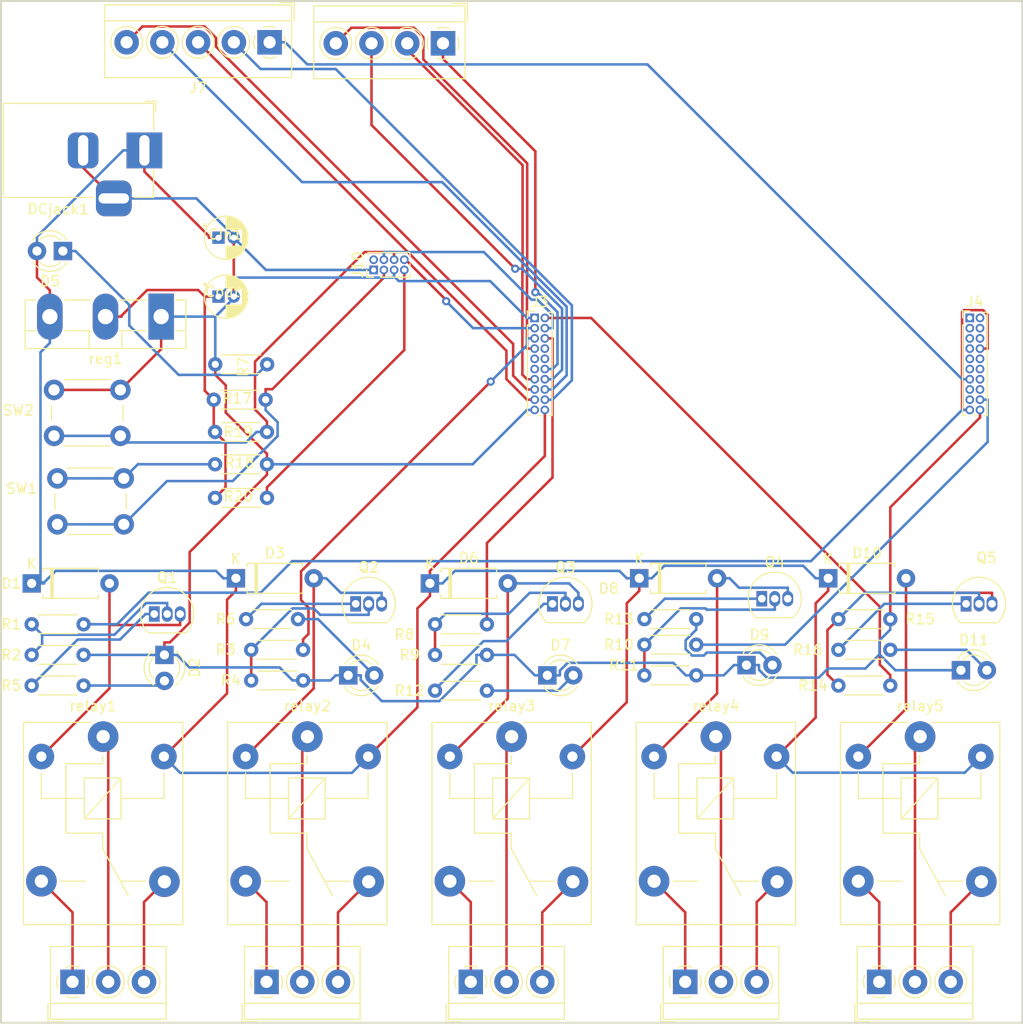
<source format=kicad_pcb>
(kicad_pcb (version 20171130) (host pcbnew 5.0.2-bee76a0~70~ubuntu18.04.1)
  (layers (0 F.Cu signal) (31 B.Cu signal) (34 B.Paste user) (35 F.Paste user) (36 B.SilkS user) (37 F.SilkS user) (38 B.Mask user) (39 F.Mask user) (44 Edge.Cuts user))
  (net 0 "")
  (net 1 /vcc5v)
  (net 2 GND)
  (net 3 /vcc3v3)
  (net 4 "Net-(D3-Pad2)")
  (net 5 "Net-(D4-Pad2)")
  (net 6 "Net-(D6-Pad2)")
  (net 7 "Net-(D7-Pad2)")
  (net 8 "Net-(D8-Pad2)")
  (net 9 "Net-(D9-Pad2)")
  (net 10 "Net-(D10-Pad2)")
  (net 11 "Net-(D11-Pad2)")
  (net 12 /s1)
  (net 13 /s2)
  (net 14 /s3)
  (net 15 /s4)
  (net 16 /an10)
  (net 17 /an0)
  (net 18 /an1)
  (net 19 /an2)
  (net 20 /ch4)
  (net 21 /ch3)
  (net 22 /ch2)
  (net 23 /ch1)
  (net 24 /s0)
  (net 25 /ch0)
  (net 26 /rx)
  (net 27 /tx)
  (net 28 /io0)
  (net 29 /rs)
  (net 30 /en)
  (net 31 "Net-(J8-Pad1)")
  (net 32 "Net-(J8-Pad2)")
  (net 33 "Net-(J8-Pad3)")
  (net 34 "Net-(J10-Pad2)")
  (net 35 "Net-(Q1-Pad2)")
  (net 36 "Net-(Q1-Pad1)")
  (net 37 "Net-(Q2-Pad1)")
  (net 38 "Net-(Q2-Pad2)")
  (net 39 "Net-(Q3-Pad2)")
  (net 40 "Net-(Q3-Pad1)")
  (net 41 "Net-(Q4-Pad1)")
  (net 42 "Net-(Q4-Pad2)")
  (net 43 "Net-(Q5-Pad2)")
  (net 44 "Net-(Q5-Pad1)")
  (net 45 "Net-(D1-Pad2)")
  (net 46 "Net-(D2-Pad2)")
  (net 47 "Net-(D5-Pad1)")
  (net 48 "Net-(J1-Pad1)")
  (net 49 "Net-(J1-Pad2)")
  (net 50 "Net-(J1-Pad3)")
  (net 51 "Net-(J2-Pad3)")
  (net 52 "Net-(J2-Pad2)")
  (net 53 "Net-(J2-Pad1)")
  (net 54 "Net-(J3-Pad8)")
  (net 55 "Net-(J3-Pad9)")
  (net 56 "Net-(J3-Pad10)")
  (net 57 "Net-(J4-Pad1)")
  (net 58 "Net-(J4-Pad2)")
  (net 59 "Net-(J4-Pad3)")
  (net 60 "Net-(J4-Pad4)")
  (net 61 "Net-(J5-Pad3)")
  (net 62 "Net-(J5-Pad2)")
  (net 63 "Net-(J5-Pad1)")
  (net 64 "Net-(J6-Pad1)")
  (net 65 "Net-(J6-Pad2)")
  (net 66 "Net-(J6-Pad3)")
  (net 67 "Net-(R18-Pad1)")
  (net 68 "Net-(J3-Pad11)")
  (net 69 "Net-(J4-Pad17)")
  (net 70 "Net-(J4-Pad16)")
  (net 71 "Net-(J4-Pad15)")
  (net 72 "Net-(J4-Pad14)")
  (net 73 "Net-(J4-Pad12)")
  (net 74 "Net-(J4-Pad11)")
  (net 75 "Net-(J4-Pad10)")
  (net 76 "Net-(J4-Pad9)")
  (net 77 "Net-(J4-Pad7)")
  (net 78 "Net-(J4-Pad6)")
  (net 79 "Net-(J4-Pad5)")
  (module Capacitor_THT:CP_Radial_D4.0mm_P1.50mm (layer F.Cu) (at 91.29 73.17)
    (fp_text reference Cin1 (at 0.66 -0.34) (layer F.SilkS))
    (fp_text value 10nf hide)
    (pad 1 thru_hole rect (at 0 0) (size 1.2 1.2) (drill 0.6) (layers *.Cu *.Mask) (net 1 /vcc5v))
    (pad 2 thru_hole circle (at 1.5 0) (size 1.2 1.2) (drill 0.6) (layers *.Cu *.Mask) (net 2 GND))
  )
  (module Capacitor_THT:CP_Radial_D4.0mm_P1.50mm (layer F.Cu) (at 91.29 78.93)
    (fp_text reference Cout1 (at 0.85 -0.47) (layer F.SilkS))
    (fp_text value 10uf hide)
    (pad 2 thru_hole circle (at 1.5 0) (size 1.2 1.2) (drill 0.6) (layers *.Cu *.Mask) (net 2 GND))
    (pad 1 thru_hole rect (at 0 0) (size 1.2 1.2) (drill 0.6) (layers *.Cu *.Mask) (net 3 /vcc3v3))
  )
  (module Diode_THT:D_A-405_P7.62mm_Horizontal (layer F.Cu) (at 73 107)
    (fp_text reference D1 (at -2 0) (layer F.SilkS))
    (fp_text value D_Zener_Small hide)
    (fp_text user K (at 0 -1.9) (layer F.SilkS))
    (pad 1 thru_hole rect (at 0 0) (size 1.8 1.8) (drill 0.9) (layers *.Cu *.Mask) (net 1 /vcc5v))
    (pad 2 thru_hole oval (at 7.62 0) (size 1.8 1.8) (drill 0.9) (layers *.Cu *.Mask) (net 45 "Net-(D1-Pad2)"))
  )
  (module LED_THT:LED_D3.0mm (layer F.Cu) (at 86 114 270)
    (fp_text reference D2 (at 1.27 -2.96 270) (layer F.SilkS))
    (fp_text value blue hide)
    (pad 1 thru_hole rect (at 0 0 270) (size 1.8 1.8) (drill 0.9) (layers *.Cu *.Mask) (net 2 GND))
    (pad 2 thru_hole circle (at 2.54 0 270) (size 1.8 1.8) (drill 0.9) (layers *.Cu *.Mask) (net 46 "Net-(D2-Pad2)"))
  )
  (module Diode_THT:D_A-405_P7.62mm_Horizontal (layer F.Cu) (at 93 106.5)
    (fp_text reference D3 (at 3.81 -2.47) (layer F.SilkS))
    (fp_text value D_Zener_Small hide)
    (fp_text user K (at 0 -1.9) (layer F.SilkS))
    (pad 1 thru_hole rect (at 0 0) (size 1.8 1.8) (drill 0.9) (layers *.Cu *.Mask) (net 1 /vcc5v))
    (pad 2 thru_hole oval (at 7.62 0) (size 1.8 1.8) (drill 0.9) (layers *.Cu *.Mask) (net 4 "Net-(D3-Pad2)"))
  )
  (module LED_THT:LED_D3.0mm (layer F.Cu) (at 104 116)
    (fp_text reference D4 (at 1.27 -2.96) (layer F.SilkS))
    (fp_text value blue hide)
    (pad 2 thru_hole circle (at 2.54 0) (size 1.8 1.8) (drill 0.9) (layers *.Cu *.Mask) (net 5 "Net-(D4-Pad2)"))
    (pad 1 thru_hole rect (at 0 0) (size 1.8 1.8) (drill 0.9) (layers *.Cu *.Mask) (net 2 GND))
  )
  (module LED_THT:LED_D3.0mm (layer F.Cu) (at 76.06 74.47 180)
    (fp_text reference D5 (at 1.27 -2.96 180) (layer F.SilkS))
    (fp_text value on hide)
    (pad 2 thru_hole circle (at 2.54 0 180) (size 1.8 1.8) (drill 0.9) (layers *.Cu *.Mask) (net 1 /vcc5v))
    (pad 1 thru_hole rect (at 0 0 180) (size 1.8 1.8) (drill 0.9) (layers *.Cu *.Mask) (net 47 "Net-(D5-Pad1)"))
  )
  (module Diode_THT:D_A-405_P7.62mm_Horizontal (layer F.Cu) (at 112 107)
    (fp_text reference D6 (at 3.81 -2.47) (layer F.SilkS))
    (fp_text value D_Zener_Small hide)
    (fp_text user K (at 0 -1.9) (layer F.SilkS))
    (pad 2 thru_hole oval (at 7.62 0) (size 1.8 1.8) (drill 0.9) (layers *.Cu *.Mask) (net 6 "Net-(D6-Pad2)"))
    (pad 1 thru_hole rect (at 0 0) (size 1.8 1.8) (drill 0.9) (layers *.Cu *.Mask) (net 1 /vcc5v))
  )
  (module LED_THT:LED_D3.0mm (layer F.Cu) (at 123.5 116)
    (fp_text reference D7 (at 1.27 -2.96) (layer F.SilkS))
    (fp_text value blue hide)
    (pad 1 thru_hole rect (at 0 0) (size 1.8 1.8) (drill 0.9) (layers *.Cu *.Mask) (net 2 GND))
    (pad 2 thru_hole circle (at 2.54 0) (size 1.8 1.8) (drill 0.9) (layers *.Cu *.Mask) (net 7 "Net-(D7-Pad2)"))
  )
  (module Diode_THT:D_A-405_P7.62mm_Horizontal (layer F.Cu) (at 132.5 106.5)
    (fp_text reference D8 (at -3 1) (layer F.SilkS))
    (fp_text value D_Zener_Small hide)
    (fp_text user K (at 0 -1.9) (layer F.SilkS))
    (pad 2 thru_hole oval (at 7.62 0) (size 1.8 1.8) (drill 0.9) (layers *.Cu *.Mask) (net 8 "Net-(D8-Pad2)"))
    (pad 1 thru_hole rect (at 0 0) (size 1.8 1.8) (drill 0.9) (layers *.Cu *.Mask) (net 1 /vcc5v))
  )
  (module LED_THT:LED_D3.0mm (layer F.Cu) (at 143 115)
    (fp_text reference D9 (at 1.27 -2.96) (layer F.SilkS))
    (fp_text value blue hide)
    (pad 1 thru_hole rect (at 0 0) (size 1.8 1.8) (drill 0.9) (layers *.Cu *.Mask) (net 2 GND))
    (pad 2 thru_hole circle (at 2.54 0) (size 1.8 1.8) (drill 0.9) (layers *.Cu *.Mask) (net 9 "Net-(D9-Pad2)"))
  )
  (module Diode_THT:D_A-405_P7.62mm_Horizontal (layer F.Cu) (at 151 106.5)
    (fp_text reference D10 (at 3.81 -2.47) (layer F.SilkS))
    (fp_text value D_Zener_Small hide)
    (fp_text user K (at 0 -1.9) (layer F.SilkS))
    (pad 1 thru_hole rect (at 0 0) (size 1.8 1.8) (drill 0.9) (layers *.Cu *.Mask) (net 1 /vcc5v))
    (pad 2 thru_hole oval (at 7.62 0) (size 1.8 1.8) (drill 0.9) (layers *.Cu *.Mask) (net 10 "Net-(D10-Pad2)"))
  )
  (module LED_THT:LED_D3.0mm (layer F.Cu) (at 164 115.5)
    (fp_text reference D11 (at 1.27 -2.96) (layer F.SilkS))
    (fp_text value blue hide)
    (pad 2 thru_hole circle (at 2.54 0) (size 1.8 1.8) (drill 0.9) (layers *.Cu *.Mask) (net 11 "Net-(D11-Pad2)"))
    (pad 1 thru_hole rect (at 0 0) (size 1.8 1.8) (drill 0.9) (layers *.Cu *.Mask) (net 2 GND))
  )
  (module Connector_BarrelJack:BarrelJack_Horizontal (layer F.Cu) (at 84.04 64.62)
    (fp_text reference DCjack1 (at -8.45 5.75) (layer F.SilkS))
    (fp_text value Barrel_Jack_Switch hide)
    (pad 1 thru_hole rect (at 0 0) (size 3.5 3.5) (drill oval 1 3) (layers *.Cu *.Mask) (net 1 /vcc5v))
    (pad 2 thru_hole roundrect (at -6 0) (size 3 3.5) (drill oval 1 3) (layers *.Cu *.Mask) (net 2 GND))
    (pad 3 thru_hole roundrect (at -3 4.7) (size 3.5 3.5) (drill oval 3 1) (layers *.Cu *.Mask) (net 2 GND))
  )
  (module TerminalBlock_4Ucon:TerminalBlock_4Ucon_1x03_P3.50mm_Horizontal (layer F.Cu) (at 77 146)
    (fp_text reference J1 hide)
    (fp_text value Screw_Terminal_01x03 hide)
    (pad 3 thru_hole circle (at 7 0) (size 2.4 2.4) (drill 1.2) (layers *.Cu *.Mask) (net 50 "Net-(J1-Pad3)"))
    (pad 2 thru_hole circle (at 3.5 0) (size 2.4 2.4) (drill 1.2) (layers *.Cu *.Mask) (net 49 "Net-(J1-Pad2)"))
    (pad 1 thru_hole rect (at 0 0) (size 2.4 2.4) (drill 1.2) (layers *.Cu *.Mask) (net 48 "Net-(J1-Pad1)"))
  )
  (module TerminalBlock_4Ucon:TerminalBlock_4Ucon_1x03_P3.50mm_Horizontal (layer F.Cu) (at 96 146)
    (fp_text reference J2 hide)
    (fp_text value Screw_Terminal_01x03 hide)
    (pad 1 thru_hole rect (at 0 0) (size 2.4 2.4) (drill 1.2) (layers *.Cu *.Mask) (net 53 "Net-(J2-Pad1)"))
    (pad 2 thru_hole circle (at 3.5 0) (size 2.4 2.4) (drill 1.2) (layers *.Cu *.Mask) (net 52 "Net-(J2-Pad2)"))
    (pad 3 thru_hole circle (at 7 0) (size 2.4 2.4) (drill 1.2) (layers *.Cu *.Mask) (net 51 "Net-(J2-Pad3)"))
  )
  (module Connector_PinHeader_1.00mm:PinHeader_2x10_P1.00mm_Vertical (layer F.Cu) (at 122.254 81.0207)
    (fp_text reference J3 (at 0.5 -1.56) (layer F.SilkS))
    (fp_text value Conn_02x10_Counter_Clockwise hide)
    (pad 1 thru_hole rect (at 0 0) (size 0.85 0.85) (drill 0.5) (layers *.Cu *.Mask) (net 3 /vcc3v3))
    (pad 2 thru_hole oval (at 1 0) (size 0.85 0.85) (drill 0.5) (layers *.Cu *.Mask) (net 13 /s2))
    (pad 3 thru_hole oval (at 0 1) (size 0.85 0.85) (drill 0.5) (layers *.Cu *.Mask) (net 27 /tx))
    (pad 4 thru_hole oval (at 1 1) (size 0.85 0.85) (drill 0.5) (layers *.Cu *.Mask) (net 26 /rx))
    (pad 5 thru_hole oval (at 0 2) (size 0.85 0.85) (drill 0.5) (layers *.Cu *.Mask) (net 14 /s3))
    (pad 6 thru_hole oval (at 1 2) (size 0.85 0.85) (drill 0.5) (layers *.Cu *.Mask) (net 15 /s4))
    (pad 7 thru_hole oval (at 0 3) (size 0.85 0.85) (drill 0.5) (layers *.Cu *.Mask) (net 16 /an10))
    (pad 8 thru_hole oval (at 1 3) (size 0.85 0.85) (drill 0.5) (layers *.Cu *.Mask) (net 54 "Net-(J3-Pad8)"))
    (pad 9 thru_hole oval (at 0 4) (size 0.85 0.85) (drill 0.5) (layers *.Cu *.Mask) (net 55 "Net-(J3-Pad9)"))
    (pad 10 thru_hole oval (at 1 4) (size 0.85 0.85) (drill 0.5) (layers *.Cu *.Mask) (net 56 "Net-(J3-Pad10)"))
    (pad 11 thru_hole oval (at 0 5) (size 0.85 0.85) (drill 0.5) (layers *.Cu *.Mask) (net 68 "Net-(J3-Pad11)"))
    (pad 12 thru_hole oval (at 1 5) (size 0.85 0.85) (drill 0.5) (layers *.Cu *.Mask) (net 17 /an0))
    (pad 13 thru_hole oval (at 0 6) (size 0.85 0.85) (drill 0.5) (layers *.Cu *.Mask) (net 18 /an1))
    (pad 14 thru_hole oval (at 1 6) (size 0.85 0.85) (drill 0.5) (layers *.Cu *.Mask) (net 19 /an2))
    (pad 15 thru_hole oval (at 0 7) (size 0.85 0.85) (drill 0.5) (layers *.Cu *.Mask) (net 20 /ch4))
    (pad 16 thru_hole oval (at 1 7) (size 0.85 0.85) (drill 0.5) (layers *.Cu *.Mask) (net 21 /ch3))
    (pad 17 thru_hole oval (at 0 8) (size 0.85 0.85) (drill 0.5) (layers *.Cu *.Mask) (net 22 /ch2))
    (pad 18 thru_hole oval (at 1 8) (size 0.85 0.85) (drill 0.5) (layers *.Cu *.Mask) (net 23 /ch1))
    (pad 19 thru_hole oval (at 0 9) (size 0.85 0.85) (drill 0.5) (layers *.Cu *.Mask) (net 2 GND))
    (pad 20 thru_hole oval (at 1 9) (size 0.85 0.85) (drill 0.5) (layers *.Cu *.Mask) (net 1 /vcc5v))
  )
  (module Connector_PinHeader_1.00mm:PinHeader_2x10_P1.00mm_Vertical (layer F.Cu) (at 164.864 81.0207)
    (fp_text reference J4 (at 0.5 -1.56) (layer F.SilkS))
    (fp_text value Conn_02x10_Counter_Clockwise hide)
    (pad 20 thru_hole oval (at 1 9) (size 0.85 0.85) (drill 0.5) (layers *.Cu *.Mask) (net 2 GND))
    (pad 19 thru_hole oval (at 0 9) (size 0.85 0.85) (drill 0.5) (layers *.Cu *.Mask) (net 24 /s0))
    (pad 18 thru_hole oval (at 1 8) (size 0.85 0.85) (drill 0.5) (layers *.Cu *.Mask) (net 12 /s1))
    (pad 17 thru_hole oval (at 0 8) (size 0.85 0.85) (drill 0.5) (layers *.Cu *.Mask) (net 69 "Net-(J4-Pad17)"))
    (pad 16 thru_hole oval (at 1 7) (size 0.85 0.85) (drill 0.5) (layers *.Cu *.Mask) (net 70 "Net-(J4-Pad16)"))
    (pad 15 thru_hole oval (at 0 7) (size 0.85 0.85) (drill 0.5) (layers *.Cu *.Mask) (net 71 "Net-(J4-Pad15)"))
    (pad 14 thru_hole oval (at 1 6) (size 0.85 0.85) (drill 0.5) (layers *.Cu *.Mask) (net 72 "Net-(J4-Pad14)"))
    (pad 13 thru_hole oval (at 0 6) (size 0.85 0.85) (drill 0.5) (layers *.Cu *.Mask) (net 25 /ch0))
    (pad 12 thru_hole oval (at 1 5) (size 0.85 0.85) (drill 0.5) (layers *.Cu *.Mask) (net 73 "Net-(J4-Pad12)"))
    (pad 11 thru_hole oval (at 0 5) (size 0.85 0.85) (drill 0.5) (layers *.Cu *.Mask) (net 74 "Net-(J4-Pad11)"))
    (pad 10 thru_hole oval (at 1 4) (size 0.85 0.85) (drill 0.5) (layers *.Cu *.Mask) (net 75 "Net-(J4-Pad10)"))
    (pad 9 thru_hole oval (at 0 4) (size 0.85 0.85) (drill 0.5) (layers *.Cu *.Mask) (net 76 "Net-(J4-Pad9)"))
    (pad 8 thru_hole oval (at 1 3) (size 0.85 0.85) (drill 0.5) (layers *.Cu *.Mask) (net 24 /s0))
    (pad 7 thru_hole oval (at 0 3) (size 0.85 0.85) (drill 0.5) (layers *.Cu *.Mask) (net 77 "Net-(J4-Pad7)"))
    (pad 6 thru_hole oval (at 1 2) (size 0.85 0.85) (drill 0.5) (layers *.Cu *.Mask) (net 78 "Net-(J4-Pad6)"))
    (pad 5 thru_hole oval (at 0 2) (size 0.85 0.85) (drill 0.5) (layers *.Cu *.Mask) (net 79 "Net-(J4-Pad5)"))
    (pad 4 thru_hole oval (at 1 1) (size 0.85 0.85) (drill 0.5) (layers *.Cu *.Mask) (net 60 "Net-(J4-Pad4)"))
    (pad 3 thru_hole oval (at 0 1) (size 0.85 0.85) (drill 0.5) (layers *.Cu *.Mask) (net 59 "Net-(J4-Pad3)"))
    (pad 2 thru_hole oval (at 1 0) (size 0.85 0.85) (drill 0.5) (layers *.Cu *.Mask) (net 58 "Net-(J4-Pad2)"))
    (pad 1 thru_hole rect (at 0 0) (size 0.85 0.85) (drill 0.5) (layers *.Cu *.Mask) (net 57 "Net-(J4-Pad1)"))
  )
  (module TerminalBlock_4Ucon:TerminalBlock_4Ucon_1x03_P3.50mm_Horizontal (layer F.Cu) (at 116 146)
    (fp_text reference J5 hide)
    (fp_text value Screw_Terminal_01x03 hide)
    (pad 3 thru_hole circle (at 7 0) (size 2.4 2.4) (drill 1.2) (layers *.Cu *.Mask) (net 61 "Net-(J5-Pad3)"))
    (pad 2 thru_hole circle (at 3.5 0) (size 2.4 2.4) (drill 1.2) (layers *.Cu *.Mask) (net 62 "Net-(J5-Pad2)"))
    (pad 1 thru_hole rect (at 0 0) (size 2.4 2.4) (drill 1.2) (layers *.Cu *.Mask) (net 63 "Net-(J5-Pad1)"))
  )
  (module TerminalBlock_4Ucon:TerminalBlock_4Ucon_1x03_P3.50mm_Horizontal (layer F.Cu) (at 137 146)
    (fp_text reference J6 hide)
    (fp_text value Screw_Terminal_01x03 hide)
    (pad 1 thru_hole rect (at 0 0) (size 2.4 2.4) (drill 1.2) (layers *.Cu *.Mask) (net 64 "Net-(J6-Pad1)"))
    (pad 2 thru_hole circle (at 3.5 0) (size 2.4 2.4) (drill 1.2) (layers *.Cu *.Mask) (net 65 "Net-(J6-Pad2)"))
    (pad 3 thru_hole circle (at 7 0) (size 2.4 2.4) (drill 1.2) (layers *.Cu *.Mask) (net 66 "Net-(J6-Pad3)"))
  )
  (module TerminalBlock_4Ucon:TerminalBlock_4Ucon_1x05_P3.50mm_Horizontal (layer F.Cu) (at 96.3 54.04 180)
    (fp_text reference J7 (at 7 -4.46 180) (layer F.SilkS))
    (fp_text value Screw_Terminal_01x05 hide)
    (pad 1 thru_hole rect (at 0 0 180) (size 2.4 2.4) (drill 1.2) (layers *.Cu *.Mask) (net 25 /ch0))
    (pad 2 thru_hole circle (at 3.5 0 180) (size 2.4 2.4) (drill 1.2) (layers *.Cu *.Mask) (net 23 /ch1))
    (pad 3 thru_hole circle (at 7 0 180) (size 2.4 2.4) (drill 1.2) (layers *.Cu *.Mask) (net 22 /ch2))
    (pad 4 thru_hole circle (at 10.5 0 180) (size 2.4 2.4) (drill 1.2) (layers *.Cu *.Mask) (net 21 /ch3))
    (pad 5 thru_hole circle (at 14 0 180) (size 2.4 2.4) (drill 1.2) (layers *.Cu *.Mask) (net 20 /ch4))
  )
  (module TerminalBlock_4Ucon:TerminalBlock_4Ucon_1x03_P3.50mm_Horizontal (layer F.Cu) (at 156 146)
    (fp_text reference J8 hide)
    (fp_text value Screw_Terminal_01x03 hide)
    (pad 1 thru_hole rect (at 0 0) (size 2.4 2.4) (drill 1.2) (layers *.Cu *.Mask) (net 31 "Net-(J8-Pad1)"))
    (pad 2 thru_hole circle (at 3.5 0) (size 2.4 2.4) (drill 1.2) (layers *.Cu *.Mask) (net 32 "Net-(J8-Pad2)"))
    (pad 3 thru_hole circle (at 7 0) (size 2.4 2.4) (drill 1.2) (layers *.Cu *.Mask) (net 33 "Net-(J8-Pad3)"))
  )
  (module TerminalBlock_4Ucon:TerminalBlock_4Ucon_1x04_P3.50mm_Horizontal (layer F.Cu) (at 113.28 54.14 180)
    (fp_text reference J9 hide)
    (fp_text value analog)
    (pad 1 thru_hole rect (at 0 0 180) (size 2.4 2.4) (drill 1.2) (layers *.Cu *.Mask) (net 17 /an0))
    (pad 2 thru_hole circle (at 3.5 0 180) (size 2.4 2.4) (drill 1.2) (layers *.Cu *.Mask) (net 18 /an1))
    (pad 3 thru_hole circle (at 7 0 180) (size 2.4 2.4) (drill 1.2) (layers *.Cu *.Mask) (net 19 /an2))
    (pad 4 thru_hole circle (at 10.5 0 180) (size 2.4 2.4) (drill 1.2) (layers *.Cu *.Mask) (net 16 /an10))
  )
  (module Connector_PinHeader_1.00mm:PinHeader_2x04_P1.00mm_Vertical (layer F.Cu) (at 106.49 76.32 90)
    (fp_text reference J10 (at 0.5 -1.56 90) (layer F.SilkS))
    (fp_text value Conn_02x04_Counter_Clockwise hide)
    (pad 1 thru_hole rect (at 0 0 90) (size 0.85 0.85) (drill 0.5) (layers *.Cu *.Mask) (net 2 GND))
    (pad 2 thru_hole oval (at 1 0 90) (size 0.85 0.85) (drill 0.5) (layers *.Cu *.Mask) (net 34 "Net-(J10-Pad2)"))
    (pad 3 thru_hole oval (at 0 1 90) (size 0.85 0.85) (drill 0.5) (layers *.Cu *.Mask) (net 28 /io0))
    (pad 4 thru_hole oval (at 1 1 90) (size 0.85 0.85) (drill 0.5) (layers *.Cu *.Mask) (net 26 /rx))
    (pad 5 thru_hole oval (at 0 2 90) (size 0.85 0.85) (drill 0.5) (layers *.Cu *.Mask) (net 3 /vcc3v3))
    (pad 6 thru_hole oval (at 1 2 90) (size 0.85 0.85) (drill 0.5) (layers *.Cu *.Mask) (net 29 /rs))
    (pad 7 thru_hole oval (at 0 3 90) (size 0.85 0.85) (drill 0.5) (layers *.Cu *.Mask) (net 30 /en))
    (pad 8 thru_hole oval (at 1 3 90) (size 0.85 0.85) (drill 0.5) (layers *.Cu *.Mask) (net 27 /tx))
  )
  (module Package_TO_SOT_THT:TO-92_Inline (layer F.Cu) (at 85 110)
    (fp_text reference Q1 (at 1.27 -3.56) (layer F.SilkS))
    (fp_text value 2N3904 hide)
    (pad 2 thru_hole oval (at 1.27 0) (size 1.05 1.5) (drill 0.75) (layers *.Cu *.Mask) (net 35 "Net-(Q1-Pad2)"))
    (pad 3 thru_hole oval (at 2.54 0) (size 1.05 1.5) (drill 0.75) (layers *.Cu *.Mask) (net 45 "Net-(D1-Pad2)"))
    (pad 1 thru_hole rect (at 0 0) (size 1.05 1.5) (drill 0.75) (layers *.Cu *.Mask) (net 36 "Net-(Q1-Pad1)"))
  )
  (module Package_TO_SOT_THT:TO-92_Inline (layer F.Cu) (at 104.73 109)
    (fp_text reference Q2 (at 1.27 -3.56) (layer F.SilkS))
    (fp_text value 2N3904 hide)
    (pad 2 thru_hole oval (at 1.27 0) (size 1.05 1.5) (drill 0.75) (layers *.Cu *.Mask) (net 38 "Net-(Q2-Pad2)"))
    (pad 3 thru_hole oval (at 2.54 0) (size 1.05 1.5) (drill 0.75) (layers *.Cu *.Mask) (net 4 "Net-(D3-Pad2)"))
    (pad 1 thru_hole rect (at 0 0) (size 1.05 1.5) (drill 0.75) (layers *.Cu *.Mask) (net 37 "Net-(Q2-Pad1)"))
  )
  (module Package_TO_SOT_THT:TO-92_Inline (layer F.Cu) (at 124 109)
    (fp_text reference Q3 (at 1.27 -3.56) (layer F.SilkS))
    (fp_text value 2N3904 hide)
    (pad 1 thru_hole rect (at 0 0) (size 1.05 1.5) (drill 0.75) (layers *.Cu *.Mask) (net 40 "Net-(Q3-Pad1)"))
    (pad 3 thru_hole oval (at 2.54 0) (size 1.05 1.5) (drill 0.75) (layers *.Cu *.Mask) (net 6 "Net-(D6-Pad2)"))
    (pad 2 thru_hole oval (at 1.27 0) (size 1.05 1.5) (drill 0.75) (layers *.Cu *.Mask) (net 39 "Net-(Q3-Pad2)"))
  )
  (module Package_TO_SOT_THT:TO-92_Inline (layer F.Cu) (at 144.5 108.5)
    (fp_text reference Q4 (at 1.27 -3.56) (layer F.SilkS))
    (fp_text value 2N3904 hide)
    (pad 1 thru_hole rect (at 0 0) (size 1.05 1.5) (drill 0.75) (layers *.Cu *.Mask) (net 41 "Net-(Q4-Pad1)"))
    (pad 3 thru_hole oval (at 2.54 0) (size 1.05 1.5) (drill 0.75) (layers *.Cu *.Mask) (net 8 "Net-(D8-Pad2)"))
    (pad 2 thru_hole oval (at 1.27 0) (size 1.05 1.5) (drill 0.75) (layers *.Cu *.Mask) (net 42 "Net-(Q4-Pad2)"))
  )
  (module Package_TO_SOT_THT:TO-92_Inline (layer F.Cu) (at 164.5 109)
    (fp_text reference Q5 (at 2 -4.5) (layer F.SilkS))
    (fp_text value 2N3904 hide)
    (pad 2 thru_hole oval (at 1.27 0) (size 1.05 1.5) (drill 0.75) (layers *.Cu *.Mask) (net 43 "Net-(Q5-Pad2)"))
    (pad 3 thru_hole oval (at 2.54 0) (size 1.05 1.5) (drill 0.75) (layers *.Cu *.Mask) (net 10 "Net-(D10-Pad2)"))
    (pad 1 thru_hole rect (at 0 0) (size 1.05 1.5) (drill 0.75) (layers *.Cu *.Mask) (net 44 "Net-(Q5-Pad1)"))
  )
  (module Resistor_THT:R_Axial_DIN0204_L3.6mm_D1.6mm_P5.08mm_Horizontal (layer F.Cu) (at 73 111)
    (fp_text reference R1 (at -2 0) (layer F.SilkS))
    (fp_text value 1k hide)
    (pad 2 thru_hole oval (at 5.08 0) (size 1.4 1.4) (drill 0.7) (layers *.Cu *.Mask) (net 24 /s0))
    (pad 1 thru_hole circle (at 0 0) (size 1.4 1.4) (drill 0.7) (layers *.Cu *.Mask) (net 35 "Net-(Q1-Pad2)"))
  )
  (module Resistor_THT:R_Axial_DIN0204_L3.6mm_D1.6mm_P5.08mm_Horizontal (layer F.Cu) (at 73 114)
    (fp_text reference R2 (at -2 0) (layer F.SilkS))
    (fp_text value 10k hide)
    (pad 1 thru_hole circle (at 0 0) (size 1.4 1.4) (drill 0.7) (layers *.Cu *.Mask) (net 35 "Net-(Q1-Pad2)"))
    (pad 2 thru_hole oval (at 5.08 0) (size 1.4 1.4) (drill 0.7) (layers *.Cu *.Mask) (net 2 GND))
  )
  (module Resistor_THT:R_Axial_DIN0204_L3.6mm_D1.6mm_P5.08mm_Horizontal (layer F.Cu) (at 94.5 113.5)
    (fp_text reference R3 (at -2.5 0) (layer F.SilkS))
    (fp_text value 1k hide)
    (pad 2 thru_hole oval (at 5.08 0) (size 1.4 1.4) (drill 0.7) (layers *.Cu *.Mask) (net 14 /s3))
    (pad 1 thru_hole circle (at 0 0) (size 1.4 1.4) (drill 0.7) (layers *.Cu *.Mask) (net 38 "Net-(Q2-Pad2)"))
  )
  (module Resistor_THT:R_Axial_DIN0204_L3.6mm_D1.6mm_P5.08mm_Horizontal (layer F.Cu) (at 94.5 116.5)
    (fp_text reference R4 (at -2 0) (layer F.SilkS))
    (fp_text value 10k hide)
    (pad 1 thru_hole circle (at 0 0) (size 1.4 1.4) (drill 0.7) (layers *.Cu *.Mask) (net 38 "Net-(Q2-Pad2)"))
    (pad 2 thru_hole oval (at 5.08 0) (size 1.4 1.4) (drill 0.7) (layers *.Cu *.Mask) (net 2 GND))
  )
  (module Resistor_THT:R_Axial_DIN0204_L3.6mm_D1.6mm_P5.08mm_Horizontal (layer F.Cu) (at 73 117)
    (fp_text reference R5 (at -2 0) (layer F.SilkS))
    (fp_text value 510r hide)
    (pad 2 thru_hole oval (at 5.08 0) (size 1.4 1.4) (drill 0.7) (layers *.Cu *.Mask) (net 46 "Net-(D2-Pad2)"))
    (pad 1 thru_hole circle (at 0 0) (size 1.4 1.4) (drill 0.7) (layers *.Cu *.Mask) (net 36 "Net-(Q1-Pad1)"))
  )
  (module Resistor_THT:R_Axial_DIN0204_L3.6mm_D1.6mm_P5.08mm_Horizontal (layer F.Cu) (at 94 110.5)
    (fp_text reference R6 (at -2 0) (layer F.SilkS))
    (fp_text value 510r hide)
    (pad 2 thru_hole oval (at 5.08 0) (size 1.4 1.4) (drill 0.7) (layers *.Cu *.Mask) (net 5 "Net-(D4-Pad2)"))
    (pad 1 thru_hole circle (at 0 0) (size 1.4 1.4) (drill 0.7) (layers *.Cu *.Mask) (net 37 "Net-(Q2-Pad1)"))
  )
  (module Resistor_THT:R_Axial_DIN0204_L3.6mm_D1.6mm_P5.08mm_Horizontal (layer F.Cu) (at 96.06 85.56 180)
    (fp_text reference R7 (at 2.36 -0.25 270) (layer F.SilkS))
    (fp_text value 510r hide)
    (pad 1 thru_hole circle (at 0 0 180) (size 1.4 1.4) (drill 0.7) (layers *.Cu *.Mask) (net 47 "Net-(D5-Pad1)"))
    (pad 2 thru_hole oval (at 5.08 0 180) (size 1.4 1.4) (drill 0.7) (layers *.Cu *.Mask) (net 2 GND))
  )
  (module Resistor_THT:R_Axial_DIN0204_L3.6mm_D1.6mm_P5.08mm_Horizontal (layer F.Cu) (at 112.5 111)
    (fp_text reference R8 (at -3 1) (layer F.SilkS))
    (fp_text value 1k hide)
    (pad 1 thru_hole circle (at 0 0) (size 1.4 1.4) (drill 0.7) (layers *.Cu *.Mask) (net 39 "Net-(Q3-Pad2)"))
    (pad 2 thru_hole oval (at 5.08 0) (size 1.4 1.4) (drill 0.7) (layers *.Cu *.Mask) (net 15 /s4))
  )
  (module Resistor_THT:R_Axial_DIN0204_L3.6mm_D1.6mm_P5.08mm_Horizontal (layer F.Cu) (at 112.5 114)
    (fp_text reference R9 (at -2.5 0) (layer F.SilkS))
    (fp_text value 10k hide)
    (pad 1 thru_hole circle (at 0 0) (size 1.4 1.4) (drill 0.7) (layers *.Cu *.Mask) (net 39 "Net-(Q3-Pad2)"))
    (pad 2 thru_hole oval (at 5.08 0) (size 1.4 1.4) (drill 0.7) (layers *.Cu *.Mask) (net 2 GND))
  )
  (module Resistor_THT:R_Axial_DIN0204_L3.6mm_D1.6mm_P5.08mm_Horizontal (layer F.Cu) (at 133 113)
    (fp_text reference R10 (at -2.5 0) (layer F.SilkS))
    (fp_text value 1k hide)
    (pad 2 thru_hole oval (at 5.08 0) (size 1.4 1.4) (drill 0.7) (layers *.Cu *.Mask) (net 12 /s1))
    (pad 1 thru_hole circle (at 0 0) (size 1.4 1.4) (drill 0.7) (layers *.Cu *.Mask) (net 42 "Net-(Q4-Pad2)"))
  )
  (module Resistor_THT:R_Axial_DIN0204_L3.6mm_D1.6mm_P5.08mm_Horizontal (layer F.Cu) (at 133 116)
    (fp_text reference R11 (at -2 -1) (layer F.SilkS))
    (fp_text value 10k hide)
    (pad 1 thru_hole circle (at 0 0) (size 1.4 1.4) (drill 0.7) (layers *.Cu *.Mask) (net 42 "Net-(Q4-Pad2)"))
    (pad 2 thru_hole oval (at 5.08 0) (size 1.4 1.4) (drill 0.7) (layers *.Cu *.Mask) (net 2 GND))
  )
  (module Resistor_THT:R_Axial_DIN0204_L3.6mm_D1.6mm_P5.08mm_Horizontal (layer F.Cu) (at 112.5 117.5)
    (fp_text reference R12 (at -2.5 0) (layer F.SilkS))
    (fp_text value 510r hide)
    (pad 2 thru_hole oval (at 5.08 0) (size 1.4 1.4) (drill 0.7) (layers *.Cu *.Mask) (net 7 "Net-(D7-Pad2)"))
    (pad 1 thru_hole circle (at 0 0) (size 1.4 1.4) (drill 0.7) (layers *.Cu *.Mask) (net 40 "Net-(Q3-Pad1)"))
  )
  (module Resistor_THT:R_Axial_DIN0204_L3.6mm_D1.6mm_P5.08mm_Horizontal (layer F.Cu) (at 133 110.5)
    (fp_text reference R13 (at -2.5 0) (layer F.SilkS))
    (fp_text value 510r hide)
    (pad 2 thru_hole oval (at 5.08 0) (size 1.4 1.4) (drill 0.7) (layers *.Cu *.Mask) (net 9 "Net-(D9-Pad2)"))
    (pad 1 thru_hole circle (at 0 0) (size 1.4 1.4) (drill 0.7) (layers *.Cu *.Mask) (net 41 "Net-(Q4-Pad1)"))
  )
  (module Resistor_THT:R_Axial_DIN0204_L3.6mm_D1.6mm_P5.08mm_Horizontal (layer F.Cu) (at 152 117)
    (fp_text reference R14 (at -2.5 0) (layer F.SilkS))
    (fp_text value 1k hide)
    (pad 1 thru_hole circle (at 0 0) (size 1.4 1.4) (drill 0.7) (layers *.Cu *.Mask) (net 43 "Net-(Q5-Pad2)"))
    (pad 2 thru_hole oval (at 5.08 0) (size 1.4 1.4) (drill 0.7) (layers *.Cu *.Mask) (net 13 /s2))
  )
  (module Resistor_THT:R_Axial_DIN0204_L3.6mm_D1.6mm_P5.08mm_Horizontal (layer F.Cu) (at 152 110.5)
    (fp_text reference R15 (at 8 0) (layer F.SilkS))
    (fp_text value 10k hide)
    (pad 2 thru_hole oval (at 5.08 0) (size 1.4 1.4) (drill 0.7) (layers *.Cu *.Mask) (net 2 GND))
    (pad 1 thru_hole circle (at 0 0) (size 1.4 1.4) (drill 0.7) (layers *.Cu *.Mask) (net 43 "Net-(Q5-Pad2)"))
  )
  (module Resistor_THT:R_Axial_DIN0204_L3.6mm_D1.6mm_P5.08mm_Horizontal (layer F.Cu) (at 152 113.5)
    (fp_text reference R16 (at -3 0) (layer F.SilkS))
    (fp_text value 510r hide)
    (pad 1 thru_hole circle (at 0 0) (size 1.4 1.4) (drill 0.7) (layers *.Cu *.Mask) (net 44 "Net-(Q5-Pad1)"))
    (pad 2 thru_hole oval (at 5.08 0) (size 1.4 1.4) (drill 0.7) (layers *.Cu *.Mask) (net 11 "Net-(D11-Pad2)"))
  )
  (module Resistor_THT:R_Axial_DIN0204_L3.6mm_D1.6mm_P5.08mm_Horizontal (layer F.Cu) (at 90.83 89.02)
    (fp_text reference R17 (at 2.28 -0.13) (layer F.SilkS))
    (fp_text value 10k hide)
    (pad 2 thru_hole oval (at 5.08 0) (size 1.4 1.4) (drill 0.7) (layers *.Cu *.Mask) (net 28 /io0))
    (pad 1 thru_hole circle (at 0 0) (size 1.4 1.4) (drill 0.7) (layers *.Cu *.Mask) (net 3 /vcc3v3))
  )
  (module Resistor_THT:R_Axial_DIN0204_L3.6mm_D1.6mm_P5.08mm_Horizontal (layer F.Cu) (at 90.96 95.34)
    (fp_text reference R18 (at 2.4 -0.13) (layer F.SilkS))
    (fp_text value 470r hide)
    (pad 1 thru_hole circle (at 0 0) (size 1.4 1.4) (drill 0.7) (layers *.Cu *.Mask) (net 67 "Net-(R18-Pad1)"))
    (pad 2 thru_hole oval (at 5.08 0) (size 1.4 1.4) (drill 0.7) (layers *.Cu *.Mask) (net 2 GND))
  )
  (module Resistor_THT:R_Axial_DIN0204_L3.6mm_D1.6mm_P5.08mm_Horizontal (layer F.Cu) (at 90.96 92.18)
    (fp_text reference R19 (at 2.27 0) (layer F.SilkS))
    (fp_text value 10k hide)
    (pad 1 thru_hole circle (at 0 0) (size 1.4 1.4) (drill 0.7) (layers *.Cu *.Mask) (net 3 /vcc3v3))
    (pad 2 thru_hole oval (at 5.08 0) (size 1.4 1.4) (drill 0.7) (layers *.Cu *.Mask) (net 29 /rs))
  )
  (module Resistor_THT:R_Axial_DIN0204_L3.6mm_D1.6mm_P5.08mm_Horizontal (layer F.Cu) (at 90.96 98.63)
    (fp_text reference R20 (at 2.27 -0.13) (layer F.SilkS))
    (fp_text value 10k hide)
    (pad 2 thru_hole oval (at 5.08 0) (size 1.4 1.4) (drill 0.7) (layers *.Cu *.Mask) (net 30 /en))
    (pad 1 thru_hole circle (at 0 0) (size 1.4 1.4) (drill 0.7) (layers *.Cu *.Mask) (net 3 /vcc3v3))
  )
  (module Package_TO_SOT_THT:TO-3P-3_Vertical (layer F.Cu) (at 85.68 80.89 180)
    (fp_text reference reg1 (at 5.45 -4.12 180) (layer F.SilkS))
    (fp_text value LD1117S33TR_SOT223 hide)
    (pad 1 thru_hole rect (at 0 0 180) (size 2.5 4.5) (drill 1.5) (layers *.Cu *.Mask) (net 2 GND))
    (pad 2 thru_hole oval (at 5.45 0 180) (size 2.5 4.5) (drill 1.5) (layers *.Cu *.Mask) (net 3 /vcc3v3))
    (pad 3 thru_hole oval (at 10.9 0 180) (size 2.5 4.5) (drill 1.5) (layers *.Cu *.Mask) (net 1 /vcc5v))
  )
  (module Relay_THT:Relay_SPDT_SANYOU_SRD_Series_Form_C (layer F.Cu) (at 80 122 270)
    (fp_text reference relay1 (at -3 1 180) (layer F.SilkS))
    (fp_text value 5V_DC_Relay_Switch hide)
    (pad 2 thru_hole circle (at 1.95 6.05) (size 2.5 2.5) (drill 1) (layers *.Cu *.Mask) (net 45 "Net-(D1-Pad2)"))
    (pad 3 thru_hole circle (at 14.15 6.05) (size 3 3) (drill 1.3) (layers *.Cu *.Mask) (net 48 "Net-(J1-Pad1)"))
    (pad 4 thru_hole circle (at 14.2 -6) (size 3 3) (drill 1.3) (layers *.Cu *.Mask) (net 50 "Net-(J1-Pad3)"))
    (pad 5 thru_hole circle (at 1.95 -5.95) (size 2.5 2.5) (drill 1) (layers *.Cu *.Mask) (net 1 /vcc5v))
    (pad 1 thru_hole circle (at 0 0) (size 3 3) (drill 1.3) (layers *.Cu *.Mask) (net 49 "Net-(J1-Pad2)"))
  )
  (module Relay_THT:Relay_SPDT_SANYOU_SRD_Series_Form_C (layer F.Cu) (at 100 122 270)
    (fp_text reference relay2 (at -3 0) (layer F.SilkS))
    (fp_text value 5V_DC_Relay_Switch hide)
    (pad 1 thru_hole circle (at 0 0) (size 3 3) (drill 1.3) (layers *.Cu *.Mask) (net 52 "Net-(J2-Pad2)"))
    (pad 5 thru_hole circle (at 1.95 -5.95) (size 2.5 2.5) (drill 1) (layers *.Cu *.Mask) (net 1 /vcc5v))
    (pad 4 thru_hole circle (at 14.2 -6) (size 3 3) (drill 1.3) (layers *.Cu *.Mask) (net 51 "Net-(J2-Pad3)"))
    (pad 3 thru_hole circle (at 14.15 6.05) (size 3 3) (drill 1.3) (layers *.Cu *.Mask) (net 53 "Net-(J2-Pad1)"))
    (pad 2 thru_hole circle (at 1.95 6.05) (size 2.5 2.5) (drill 1) (layers *.Cu *.Mask) (net 4 "Net-(D3-Pad2)"))
  )
  (module Relay_THT:Relay_SPDT_SANYOU_SRD_Series_Form_C (layer F.Cu) (at 120 122 270)
    (fp_text reference relay3 (at -3 0) (layer F.SilkS))
    (fp_text value 5V_DC_Relay_Switch hide)
    (pad 1 thru_hole circle (at 0 0) (size 3 3) (drill 1.3) (layers *.Cu *.Mask) (net 62 "Net-(J5-Pad2)"))
    (pad 5 thru_hole circle (at 1.95 -5.95) (size 2.5 2.5) (drill 1) (layers *.Cu *.Mask) (net 1 /vcc5v))
    (pad 4 thru_hole circle (at 14.2 -6) (size 3 3) (drill 1.3) (layers *.Cu *.Mask) (net 61 "Net-(J5-Pad3)"))
    (pad 3 thru_hole circle (at 14.15 6.05) (size 3 3) (drill 1.3) (layers *.Cu *.Mask) (net 63 "Net-(J5-Pad1)"))
    (pad 2 thru_hole circle (at 1.95 6.05) (size 2.5 2.5) (drill 1) (layers *.Cu *.Mask) (net 6 "Net-(D6-Pad2)"))
  )
  (module Relay_THT:Relay_SPDT_SANYOU_SRD_Series_Form_C (layer F.Cu) (at 140 122 270)
    (fp_text reference relay4 (at -3 0 180) (layer F.SilkS))
    (fp_text value 5V_DC_Relay_Switch hide)
    (pad 2 thru_hole circle (at 1.95 6.05) (size 2.5 2.5) (drill 1) (layers *.Cu *.Mask) (net 8 "Net-(D8-Pad2)"))
    (pad 3 thru_hole circle (at 14.15 6.05) (size 3 3) (drill 1.3) (layers *.Cu *.Mask) (net 64 "Net-(J6-Pad1)"))
    (pad 4 thru_hole circle (at 14.2 -6) (size 3 3) (drill 1.3) (layers *.Cu *.Mask) (net 66 "Net-(J6-Pad3)"))
    (pad 5 thru_hole circle (at 1.95 -5.95) (size 2.5 2.5) (drill 1) (layers *.Cu *.Mask) (net 1 /vcc5v))
    (pad 1 thru_hole circle (at 0 0) (size 3 3) (drill 1.3) (layers *.Cu *.Mask) (net 65 "Net-(J6-Pad2)"))
  )
  (module Relay_THT:Relay_SPDT_SANYOU_SRD_Series_Form_C (layer F.Cu) (at 160 122 270)
    (fp_text reference relay5 (at -3 0 180) (layer F.SilkS))
    (fp_text value 5V_DC_Relay_Switch hide)
    (pad 2 thru_hole circle (at 1.95 6.05) (size 2.5 2.5) (drill 1) (layers *.Cu *.Mask) (net 10 "Net-(D10-Pad2)"))
    (pad 3 thru_hole circle (at 14.15 6.05) (size 3 3) (drill 1.3) (layers *.Cu *.Mask) (net 31 "Net-(J8-Pad1)"))
    (pad 4 thru_hole circle (at 14.2 -6) (size 3 3) (drill 1.3) (layers *.Cu *.Mask) (net 33 "Net-(J8-Pad3)"))
    (pad 5 thru_hole circle (at 1.95 -5.95) (size 2.5 2.5) (drill 1) (layers *.Cu *.Mask) (net 1 /vcc5v))
    (pad 1 thru_hole circle (at 0 0) (size 3 3) (drill 1.3) (layers *.Cu *.Mask) (net 32 "Net-(J8-Pad2)"))
  )
  (module Button_Switch_THT:SW_PUSH_6mm_H13mm (layer F.Cu) (at 75.52 96.72)
    (fp_text reference SW1 (at -3.5 1) (layer F.SilkS))
    (fp_text value SW_Push hide)
    (pad 1 thru_hole circle (at 6.5 0 90) (size 2 2) (drill 1.1) (layers *.Cu *.Mask) (net 67 "Net-(R18-Pad1)"))
    (pad 2 thru_hole circle (at 6.5 4.5 90) (size 2 2) (drill 1.1) (layers *.Cu *.Mask) (net 28 /io0))
    (pad 1 thru_hole circle (at 0 0 90) (size 2 2) (drill 1.1) (layers *.Cu *.Mask) (net 67 "Net-(R18-Pad1)"))
    (pad 2 thru_hole circle (at 0 4.5 90) (size 2 2) (drill 1.1) (layers *.Cu *.Mask) (net 28 /io0))
  )
  (module Button_Switch_THT:SW_PUSH_6mm_H13mm (layer F.Cu) (at 75.19 88.06)
    (fp_text reference SW2 (at -3.5 2) (layer F.SilkS))
    (fp_text value SW_Push hide)
    (pad 2 thru_hole circle (at 0 4.5 90) (size 2 2) (drill 1.1) (layers *.Cu *.Mask) (net 29 /rs))
    (pad 1 thru_hole circle (at 0 0 90) (size 2 2) (drill 1.1) (layers *.Cu *.Mask) (net 2 GND))
    (pad 2 thru_hole circle (at 6.5 4.5 90) (size 2 2) (drill 1.1) (layers *.Cu *.Mask) (net 29 /rs))
    (pad 1 thru_hole circle (at 6.5 0 90) (size 2 2) (drill 1.1) (layers *.Cu *.Mask) (net 2 GND))
  )
  (gr_line (start 70 50) (end 70 150) (layer Edge.Cuts) (width 0.15))
  (gr_line (start 170 50) (end 70 50) (layer Edge.Cuts) (width 0.15))
  (gr_line (start 170 150) (end 170 50) (layer Edge.Cuts) (width 0.15))
  (gr_line (start 70 150) (end 170 150) (layer Edge.Cuts) (width 0.15))
  (gr_line (start 170 50) (end 170 150) (layer F.SilkS) (width 0.2))
  (gr_line (start 70 50) (end 170 50) (layer F.SilkS) (width 0.2))
  (gr_line (start 70 150) (end 70 50) (layer F.SilkS) (width 0.2))
  (gr_line (start 70 150) (end 170 150) (layer F.SilkS) (width 0.2))
  (segment (start 151 106.5) (end 151 107.7253) (width 0.25) (layer F.Cu) (net 1))
  (segment (start 151 107.7253) (end 149.7747 108.9506) (width 0.25) (layer F.Cu) (net 1))
  (segment (start 149.7747 108.9506) (end 149.7747 120.1253) (width 0.25) (layer F.Cu) (net 1))
  (segment (start 149.7747 120.1253) (end 145.95 123.95) (width 0.25) (layer F.Cu) (net 1))
  (segment (start 74.2253 106.9027) (end 73.9377 106.9027) (width 0.25) (layer B.Cu) (net 1))
  (segment (start 73.9377 106.9027) (end 73.8646 106.8296) (width 0.25) (layer B.Cu) (net 1))
  (segment (start 73.8646 106.8296) (end 73.8646 84.3807) (width 0.25) (layer B.Cu) (net 1))
  (segment (start 73.8646 84.3807) (end 74.78 83.4653) (width 0.25) (layer B.Cu) (net 1))
  (segment (start 91.7747 106.5) (end 91.0494 105.7747) (width 0.25) (layer B.Cu) (net 1))
  (segment (start 91.0494 105.7747) (end 75.3533 105.7747) (width 0.25) (layer B.Cu) (net 1))
  (segment (start 75.3533 105.7747) (end 74.2253 106.9027) (width 0.25) (layer B.Cu) (net 1))
  (segment (start 74.2253 106.9027) (end 74.2253 107) (width 0.25) (layer B.Cu) (net 1))
  (segment (start 74.78 80.89) (end 74.78 83.4653) (width 0.25) (layer B.Cu) (net 1))
  (segment (start 105.95 123.95) (end 104.3521 125.5479) (width 0.25) (layer B.Cu) (net 1))
  (segment (start 104.3521 125.5479) (end 87.5479 125.5479) (width 0.25) (layer B.Cu) (net 1))
  (segment (start 87.5479 125.5479) (end 85.95 123.95) (width 0.25) (layer B.Cu) (net 1))
  (segment (start 73 107) (end 74.2253 107) (width 0.25) (layer B.Cu) (net 1))
  (segment (start 93 106.5) (end 91.7747 106.5) (width 0.25) (layer B.Cu) (net 1))
  (segment (start 145.95 123.95) (end 147.5275 125.5275) (width 0.25) (layer B.Cu) (net 1))
  (segment (start 147.5275 125.5275) (end 164.3725 125.5275) (width 0.25) (layer B.Cu) (net 1))
  (segment (start 164.3725 125.5275) (end 165.95 123.95) (width 0.25) (layer B.Cu) (net 1))
  (segment (start 123.254 90.0207) (end 123.254 94.5207) (width 0.25) (layer F.Cu) (net 1))
  (segment (start 123.254 94.5207) (end 112 105.7747) (width 0.25) (layer F.Cu) (net 1))
  (segment (start 93 106.5) (end 93 107.7253) (width 0.25) (layer F.Cu) (net 1))
  (segment (start 93 107.7253) (end 92.1346 108.5907) (width 0.25) (layer F.Cu) (net 1))
  (segment (start 92.1346 108.5907) (end 92.1346 117.7654) (width 0.25) (layer F.Cu) (net 1))
  (segment (start 92.1346 117.7654) (end 85.95 123.95) (width 0.25) (layer F.Cu) (net 1))
  (segment (start 84.04 64.62) (end 81.9647 64.62) (width 0.25) (layer B.Cu) (net 1))
  (segment (start 73.52 74.47) (end 73.52 73.0647) (width 0.25) (layer B.Cu) (net 1))
  (segment (start 73.52 73.0647) (end 81.9647 64.62) (width 0.25) (layer B.Cu) (net 1))
  (segment (start 151 106.5) (end 149.7747 106.5) (width 0.25) (layer B.Cu) (net 1))
  (segment (start 132.5 106.5) (end 133.7253 106.5) (width 0.25) (layer B.Cu) (net 1))
  (segment (start 133.7253 106.5) (end 134.9506 105.2747) (width 0.25) (layer B.Cu) (net 1))
  (segment (start 134.9506 105.2747) (end 148.5494 105.2747) (width 0.25) (layer B.Cu) (net 1))
  (segment (start 148.5494 105.2747) (end 149.7747 106.5) (width 0.25) (layer B.Cu) (net 1))
  (segment (start 131.8874 106.5) (end 132.5 106.5) (width 0.25) (layer B.Cu) (net 1))
  (segment (start 131.8874 106.5) (end 131.2747 106.5) (width 0.25) (layer B.Cu) (net 1))
  (segment (start 112 107) (end 113.2253 107) (width 0.25) (layer B.Cu) (net 1))
  (segment (start 131.2747 106.5) (end 130.5494 105.7747) (width 0.25) (layer B.Cu) (net 1))
  (segment (start 130.5494 105.7747) (end 114.4506 105.7747) (width 0.25) (layer B.Cu) (net 1))
  (segment (start 114.4506 105.7747) (end 113.2253 107) (width 0.25) (layer B.Cu) (net 1))
  (segment (start 112 107) (end 112 105.7747) (width 0.25) (layer F.Cu) (net 1))
  (segment (start 91.29 73.17) (end 90.3647 73.17) (width 0.25) (layer F.Cu) (net 1))
  (segment (start 84.04 64.62) (end 84.04 66.6953) (width 0.25) (layer F.Cu) (net 1))
  (segment (start 84.04 66.6953) (end 90.3647 73.02) (width 0.25) (layer F.Cu) (net 1))
  (segment (start 90.3647 73.02) (end 90.3647 73.17) (width 0.25) (layer F.Cu) (net 1))
  (segment (start 74.78 80.89) (end 74.78 78.3147) (width 0.25) (layer F.Cu) (net 1))
  (segment (start 74.78 78.3147) (end 73.52 77.0547) (width 0.25) (layer F.Cu) (net 1))
  (segment (start 73.52 77.0547) (end 73.52 74.47) (width 0.25) (layer F.Cu) (net 1))
  (segment (start 112 107) (end 112 108.2253) (width 0.25) (layer F.Cu) (net 1))
  (segment (start 105.95 123.95) (end 110.7747 119.1253) (width 0.25) (layer F.Cu) (net 1))
  (segment (start 110.7747 119.1253) (end 110.7747 109.4506) (width 0.25) (layer F.Cu) (net 1))
  (segment (start 110.7747 109.4506) (end 112 108.2253) (width 0.25) (layer F.Cu) (net 1))
  (segment (start 132.5 106.5) (end 132.5 107.7253) (width 0.25) (layer F.Cu) (net 1))
  (segment (start 125.95 123.95) (end 131.2747 118.6253) (width 0.25) (layer F.Cu) (net 1))
  (segment (start 131.2747 118.6253) (end 131.2747 108.9506) (width 0.25) (layer F.Cu) (net 1))
  (segment (start 131.2747 108.9506) (end 132.5 107.7253) (width 0.25) (layer F.Cu) (net 1))
  (segment (start 122.254 90.0207) (end 121.5037 90.0207) (width 0.25) (layer B.Cu) (net 2))
  (segment (start 96.04 95.34) (end 116.1844 95.34) (width 0.25) (layer B.Cu) (net 2))
  (segment (start 116.1844 95.34) (end 121.5037 90.0207) (width 0.25) (layer B.Cu) (net 2))
  (segment (start 96.04 95.34) (end 96.04 94.3147) (width 0.25) (layer F.Cu) (net 2))
  (segment (start 90.98 85.56) (end 90.98 86.5853) (width 0.25) (layer F.Cu) (net 2))
  (segment (start 90.98 86.5853) (end 92.0053 87.6106) (width 0.25) (layer F.Cu) (net 2))
  (segment (start 92.0053 87.6106) (end 92.0053 90.28) (width 0.25) (layer F.Cu) (net 2))
  (segment (start 92.0053 90.28) (end 96.04 94.3147) (width 0.25) (layer F.Cu) (net 2))
  (segment (start 86 114) (end 86 112.7747) (width 0.25) (layer F.Cu) (net 2))
  (segment (start 96.04 95.34) (end 96.04 96.3653) (width 0.25) (layer F.Cu) (net 2))
  (segment (start 96.04 96.3653) (end 88.4743 103.931) (width 0.25) (layer F.Cu) (net 2))
  (segment (start 88.4743 103.931) (end 88.4743 110.8365) (width 0.25) (layer F.Cu) (net 2))
  (segment (start 88.4743 110.8365) (end 86.5361 112.7747) (width 0.25) (layer F.Cu) (net 2))
  (segment (start 86.5361 112.7747) (end 86 112.7747) (width 0.25) (layer F.Cu) (net 2))
  (segment (start 81.69 88.06) (end 75.19 88.06) (width 0.25) (layer F.Cu) (net 2))
  (segment (start 85.68 80.89) (end 85.68 84.07) (width 0.25) (layer F.Cu) (net 2))
  (segment (start 85.68 84.07) (end 81.69 88.06) (width 0.25) (layer F.Cu) (net 2))
  (segment (start 165.864 90.0207) (end 165.864 90.771) (width 0.25) (layer F.Cu) (net 2))
  (segment (start 157.08 110.5) (end 157.08 99.555) (width 0.25) (layer F.Cu) (net 2))
  (segment (start 157.08 99.555) (end 165.864 90.771) (width 0.25) (layer F.Cu) (net 2))
  (segment (start 90.98 80.89) (end 90.9901 80.89) (width 0.25) (layer B.Cu) (net 2))
  (segment (start 90.9901 80.89) (end 92.79 79.0901) (width 0.25) (layer B.Cu) (net 2))
  (segment (start 92.79 79.0901) (end 92.79 78.93) (width 0.25) (layer B.Cu) (net 2))
  (segment (start 85.68 80.89) (end 90.98 80.89) (width 0.25) (layer B.Cu) (net 2))
  (segment (start 90.98 80.89) (end 90.98 85.56) (width 0.25) (layer B.Cu) (net 2))
  (segment (start 92.79 73.17) (end 92.79 72.9809) (width 0.25) (layer B.Cu) (net 2))
  (segment (start 92.79 72.9809) (end 89.1291 69.32) (width 0.25) (layer B.Cu) (net 2))
  (segment (start 89.1291 69.32) (end 81.04 69.32) (width 0.25) (layer B.Cu) (net 2))
  (segment (start 106.49 76.32) (end 95.94 76.32) (width 0.25) (layer B.Cu) (net 2))
  (segment (start 95.94 76.32) (end 92.79 73.17) (width 0.25) (layer B.Cu) (net 2))
  (segment (start 92.79 73.17) (end 92.79 78.93) (width 0.25) (layer F.Cu) (net 2))
  (segment (start 117.58 114) (end 116.5547 114) (width 0.25) (layer B.Cu) (net 2))
  (segment (start 116.5547 114) (end 116.5547 114.8971) (width 0.25) (layer B.Cu) (net 2))
  (segment (start 116.5547 114.8971) (end 112.9265 118.5253) (width 0.25) (layer B.Cu) (net 2))
  (segment (start 112.9265 118.5253) (end 107.2911 118.5253) (width 0.25) (layer B.Cu) (net 2))
  (segment (start 107.2911 118.5253) (end 105.2253 116.4595) (width 0.25) (layer B.Cu) (net 2))
  (segment (start 105.2253 116.4595) (end 105.2253 116) (width 0.25) (layer B.Cu) (net 2))
  (segment (start 117.58 114) (end 120.2747 114) (width 0.25) (layer B.Cu) (net 2))
  (segment (start 120.2747 114) (end 122.2747 116) (width 0.25) (layer B.Cu) (net 2))
  (segment (start 104 116) (end 105.2253 116) (width 0.25) (layer B.Cu) (net 2))
  (segment (start 123.5 116) (end 124.7253 116) (width 0.25) (layer B.Cu) (net 2))
  (segment (start 138.08 116) (end 137.0547 116) (width 0.25) (layer B.Cu) (net 2))
  (segment (start 137.0547 116) (end 135.8294 114.7747) (width 0.25) (layer B.Cu) (net 2))
  (segment (start 135.8294 114.7747) (end 125.491 114.7747) (width 0.25) (layer B.Cu) (net 2))
  (segment (start 125.491 114.7747) (end 124.7253 115.5404) (width 0.25) (layer B.Cu) (net 2))
  (segment (start 124.7253 115.5404) (end 124.7253 116) (width 0.25) (layer B.Cu) (net 2))
  (segment (start 141.7747 115) (end 140.7747 116) (width 0.25) (layer B.Cu) (net 2))
  (segment (start 140.7747 116) (end 138.08 116) (width 0.25) (layer B.Cu) (net 2))
  (segment (start 86 114) (end 87.2253 114) (width 0.25) (layer B.Cu) (net 2))
  (segment (start 99.58 116.5) (end 98.5547 116.5) (width 0.25) (layer B.Cu) (net 2))
  (segment (start 98.5547 116.5) (end 97.28 115.2253) (width 0.25) (layer B.Cu) (net 2))
  (segment (start 97.28 115.2253) (end 88.4506 115.2253) (width 0.25) (layer B.Cu) (net 2))
  (segment (start 88.4506 115.2253) (end 87.2253 114) (width 0.25) (layer B.Cu) (net 2))
  (segment (start 102.7747 116) (end 102.2747 116.5) (width 0.25) (layer B.Cu) (net 2))
  (segment (start 102.2747 116.5) (end 99.58 116.5) (width 0.25) (layer B.Cu) (net 2))
  (segment (start 156.0262 113.9461) (end 157.5801 115.5) (width 0.25) (layer B.Cu) (net 2))
  (segment (start 157.5801 115.5) (end 164 115.5) (width 0.25) (layer B.Cu) (net 2))
  (segment (start 157.08 111.5253) (end 156.0262 112.5791) (width 0.25) (layer B.Cu) (net 2))
  (segment (start 156.0262 112.5791) (end 156.0262 113.9461) (width 0.25) (layer B.Cu) (net 2))
  (segment (start 156.0262 113.9461) (end 154.6381 115.3342) (width 0.25) (layer B.Cu) (net 2))
  (segment (start 154.6381 115.3342) (end 150.9746 115.3342) (width 0.25) (layer B.Cu) (net 2))
  (segment (start 150.9746 115.3342) (end 150.0835 116.2253) (width 0.25) (layer B.Cu) (net 2))
  (segment (start 150.0835 116.2253) (end 144.991 116.2253) (width 0.25) (layer B.Cu) (net 2))
  (segment (start 144.991 116.2253) (end 144.2253 115.4596) (width 0.25) (layer B.Cu) (net 2))
  (segment (start 144.2253 115.4596) (end 144.2253 115) (width 0.25) (layer B.Cu) (net 2))
  (segment (start 143 115) (end 144.2253 115) (width 0.25) (layer B.Cu) (net 2))
  (segment (start 81.04 69.32) (end 78.04 66.32) (width 0.25) (layer F.Cu) (net 2))
  (segment (start 78.04 66.32) (end 78.04 64.62) (width 0.25) (layer F.Cu) (net 2))
  (segment (start 157.08 110.5) (end 157.08 111.5253) (width 0.25) (layer B.Cu) (net 2))
  (segment (start 78.08 114) (end 86 114) (width 0.25) (layer B.Cu) (net 2))
  (segment (start 104 116) (end 102.7747 116) (width 0.25) (layer B.Cu) (net 2))
  (segment (start 123.5 116) (end 122.2747 116) (width 0.25) (layer B.Cu) (net 2))
  (segment (start 143 115) (end 141.7747 115) (width 0.25) (layer B.Cu) (net 2))
  (segment (start 108.49 76.9577) (end 108.9441 77.4118) (width 0.25) (layer B.Cu) (net 3))
  (segment (start 108.9441 77.4118) (end 117.8948 77.4118) (width 0.25) (layer B.Cu) (net 3))
  (segment (start 117.8948 77.4118) (end 121.5037 81.0207) (width 0.25) (layer B.Cu) (net 3))
  (segment (start 122.254 81.0207) (end 121.5037 81.0207) (width 0.25) (layer B.Cu) (net 3))
  (segment (start 108.49 76.9577) (end 108.3774 77.0703) (width 0.25) (layer B.Cu) (net 3))
  (segment (start 108.3774 77.0703) (end 93.1497 77.0703) (width 0.25) (layer B.Cu) (net 3))
  (segment (start 93.1497 77.0703) (end 91.29 78.93) (width 0.25) (layer B.Cu) (net 3))
  (segment (start 108.49 76.32) (end 108.49 76.9577) (width 0.25) (layer B.Cu) (net 3))
  (segment (start 89.9513 78.93) (end 89.9513 88.1413) (width 0.25) (layer F.Cu) (net 3))
  (segment (start 89.9513 88.1413) (end 90.83 89.02) (width 0.25) (layer F.Cu) (net 3))
  (segment (start 81.8053 80.89) (end 81.8053 80.7915) (width 0.25) (layer F.Cu) (net 3))
  (segment (start 81.8053 80.7915) (end 84.3089 78.2879) (width 0.25) (layer F.Cu) (net 3))
  (segment (start 84.3089 78.2879) (end 89.3092 78.2879) (width 0.25) (layer F.Cu) (net 3))
  (segment (start 89.3092 78.2879) (end 89.9513 78.93) (width 0.25) (layer F.Cu) (net 3))
  (segment (start 89.9513 78.93) (end 90.3647 78.93) (width 0.25) (layer F.Cu) (net 3))
  (segment (start 91.29 78.93) (end 90.3647 78.93) (width 0.25) (layer F.Cu) (net 3))
  (segment (start 80.23 80.89) (end 81.8053 80.89) (width 0.25) (layer F.Cu) (net 3))
  (segment (start 90.96 92.18) (end 91.9863 93.2063) (width 0.25) (layer F.Cu) (net 3))
  (segment (start 91.9863 93.2063) (end 91.9863 97.6037) (width 0.25) (layer F.Cu) (net 3))
  (segment (start 91.9863 97.6037) (end 90.96 98.63) (width 0.25) (layer F.Cu) (net 3))
  (segment (start 90.83 89.02) (end 90.83 92.05) (width 0.25) (layer F.Cu) (net 3))
  (segment (start 90.83 92.05) (end 90.96 92.18) (width 0.25) (layer F.Cu) (net 3))
  (segment (start 100.62 106.5) (end 101.8453 106.5) (width 0.25) (layer B.Cu) (net 4))
  (segment (start 107.27 109) (end 107.27 107.9247) (width 0.25) (layer B.Cu) (net 4))
  (segment (start 107.27 107.9247) (end 103.27 107.9247) (width 0.25) (layer B.Cu) (net 4))
  (segment (start 103.27 107.9247) (end 101.8453 106.5) (width 0.25) (layer B.Cu) (net 4))
  (segment (start 93.95 123.95) (end 100.62 117.28) (width 0.25) (layer F.Cu) (net 4))
  (segment (start 100.62 117.28) (end 100.62 106.5) (width 0.25) (layer F.Cu) (net 4))
  (segment (start 99.08 110.5) (end 101.04 110.5) (width 0.25) (layer B.Cu) (net 5))
  (segment (start 101.04 110.5) (end 106.54 116) (width 0.25) (layer B.Cu) (net 5))
  (segment (start 126.54 107.9247) (end 125.6153 107) (width 0.25) (layer B.Cu) (net 6))
  (segment (start 125.6153 107) (end 120.8453 107) (width 0.25) (layer B.Cu) (net 6))
  (segment (start 119.62 107) (end 120.8453 107) (width 0.25) (layer B.Cu) (net 6))
  (segment (start 126.54 109) (end 126.54 107.9247) (width 0.25) (layer B.Cu) (net 6))
  (segment (start 113.95 123.95) (end 119.62 118.28) (width 0.25) (layer F.Cu) (net 6))
  (segment (start 119.62 118.28) (end 119.62 107) (width 0.25) (layer F.Cu) (net 6))
  (segment (start 117.58 117.5) (end 124.54 117.5) (width 0.25) (layer B.Cu) (net 7))
  (segment (start 124.54 117.5) (end 126.04 116) (width 0.25) (layer B.Cu) (net 7))
  (segment (start 133.95 123.95) (end 140.12 117.78) (width 0.25) (layer F.Cu) (net 8))
  (segment (start 140.12 117.78) (end 140.12 106.5) (width 0.25) (layer F.Cu) (net 8))
  (segment (start 140.12 106.5) (end 141.3453 106.5) (width 0.25) (layer B.Cu) (net 8))
  (segment (start 147.04 108.5) (end 147.04 107.4247) (width 0.25) (layer B.Cu) (net 8))
  (segment (start 147.04 107.4247) (end 142.27 107.4247) (width 0.25) (layer B.Cu) (net 8))
  (segment (start 142.27 107.4247) (end 141.3453 106.5) (width 0.25) (layer B.Cu) (net 8))
  (segment (start 138.08 110.5) (end 138.08 111.5253) (width 0.25) (layer B.Cu) (net 9))
  (segment (start 138.08 111.5253) (end 137.0412 112.5641) (width 0.25) (layer B.Cu) (net 9))
  (segment (start 137.0412 112.5641) (end 137.0412 113.4354) (width 0.25) (layer B.Cu) (net 9))
  (segment (start 137.0412 113.4354) (end 137.671 114.0652) (width 0.25) (layer B.Cu) (net 9))
  (segment (start 137.671 114.0652) (end 138.8148 114.0652) (width 0.25) (layer B.Cu) (net 9))
  (segment (start 138.8148 114.0652) (end 139.1054 113.7746) (width 0.25) (layer B.Cu) (net 9))
  (segment (start 139.1054 113.7746) (end 144.3146 113.7746) (width 0.25) (layer B.Cu) (net 9))
  (segment (start 144.3146 113.7746) (end 145.54 115) (width 0.25) (layer B.Cu) (net 9))
  (segment (start 158.62 107.9247) (end 158.62 106.5) (width 0.25) (layer F.Cu) (net 10))
  (segment (start 153.95 123.95) (end 158.62 119.28) (width 0.25) (layer F.Cu) (net 10))
  (segment (start 158.62 119.28) (end 158.62 107.9247) (width 0.25) (layer F.Cu) (net 10))
  (segment (start 158.62 107.9247) (end 167.04 107.9247) (width 0.25) (layer F.Cu) (net 10))
  (segment (start 167.04 109) (end 167.04 107.9247) (width 0.25) (layer F.Cu) (net 10))
  (segment (start 157.08 113.5) (end 164.54 113.5) (width 0.25) (layer B.Cu) (net 11))
  (segment (start 164.54 113.5) (end 166.54 115.5) (width 0.25) (layer B.Cu) (net 11))
  (segment (start 165.864 89.0207) (end 166.6143 89.0207) (width 0.25) (layer B.Cu) (net 12))
  (segment (start 138.08 113) (end 146.7743 113) (width 0.25) (layer B.Cu) (net 12))
  (segment (start 146.7743 113) (end 166.6143 93.16) (width 0.25) (layer B.Cu) (net 12))
  (segment (start 166.6143 93.16) (end 166.6143 89.0207) (width 0.25) (layer B.Cu) (net 12))
  (segment (start 157.08 117) (end 157.08 115.9747) (width 0.25) (layer F.Cu) (net 13))
  (segment (start 157.08 115.9747) (end 156.0547 114.9494) (width 0.25) (layer F.Cu) (net 13))
  (segment (start 156.0547 114.9494) (end 156.0547 109.2925) (width 0.25) (layer F.Cu) (net 13))
  (segment (start 156.0547 109.2925) (end 127.7829 81.0207) (width 0.25) (layer F.Cu) (net 13))
  (segment (start 127.7829 81.0207) (end 123.254 81.0207) (width 0.25) (layer F.Cu) (net 13))
  (segment (start 99.58 113.5) (end 99.58 112.4747) (width 0.25) (layer F.Cu) (net 14))
  (segment (start 122.254 83.0207) (end 121.5037 83.0207) (width 0.25) (layer B.Cu) (net 14))
  (segment (start 99.58 112.4747) (end 100.1079 111.9468) (width 0.25) (layer F.Cu) (net 14))
  (segment (start 100.1079 111.9468) (end 100.1079 109.3707) (width 0.25) (layer F.Cu) (net 14))
  (segment (start 100.1079 109.3707) (end 99.3794 108.6422) (width 0.25) (layer F.Cu) (net 14))
  (segment (start 99.3794 108.6422) (end 99.3794 105.8214) (width 0.25) (layer F.Cu) (net 14))
  (segment (start 99.3794 105.8214) (end 117.9524 87.2484) (width 0.25) (layer F.Cu) (net 14))
  (segment (start 117.9524 87.2484) (end 121.5037 83.6971) (width 0.25) (layer B.Cu) (net 14))
  (segment (start 121.5037 83.6971) (end 121.5037 83.0207) (width 0.25) (layer B.Cu) (net 14))
  (via (at 117.9524 87.2484) (size 0.8) (layers F.Cu B.Cu) (net 14))
  (segment (start 123.254 83.0207) (end 124.0043 83.0207) (width 0.25) (layer F.Cu) (net 15))
  (segment (start 117.58 111) (end 117.58 103.0567) (width 0.25) (layer F.Cu) (net 15))
  (segment (start 117.58 103.0567) (end 124.0043 96.6324) (width 0.25) (layer F.Cu) (net 15))
  (segment (start 124.0043 96.6324) (end 124.0043 83.0207) (width 0.25) (layer F.Cu) (net 15))
  (segment (start 121.5037 84.0207) (end 121.5037 76.7133) (width 0.25) (layer F.Cu) (net 16))
  (segment (start 121.5037 76.7133) (end 121.5243 76.6927) (width 0.25) (layer F.Cu) (net 16))
  (segment (start 121.5243 76.6927) (end 121.5243 65.8842) (width 0.25) (layer F.Cu) (net 16))
  (segment (start 121.5243 65.8842) (end 111.3534 55.7133) (width 0.25) (layer F.Cu) (net 16))
  (segment (start 111.3534 55.7133) (end 111.3534 53.5386) (width 0.25) (layer F.Cu) (net 16))
  (segment (start 111.3534 53.5386) (end 110.4294 52.6146) (width 0.25) (layer F.Cu) (net 16))
  (segment (start 110.4294 52.6146) (end 104.3054 52.6146) (width 0.25) (layer F.Cu) (net 16))
  (segment (start 104.3054 52.6146) (end 102.78 54.14) (width 0.25) (layer F.Cu) (net 16))
  (segment (start 122.254 84.0207) (end 121.5037 84.0207) (width 0.25) (layer F.Cu) (net 16))
  (segment (start 122.3222 78.5123) (end 122.5541 78.5123) (width 0.25) (layer B.Cu) (net 17))
  (segment (start 122.5541 78.5123) (end 124.4894 80.4476) (width 0.25) (layer B.Cu) (net 17))
  (segment (start 124.4894 80.4476) (end 124.4894 85.5356) (width 0.25) (layer B.Cu) (net 17))
  (segment (start 124.4894 85.5356) (end 124.0043 86.0207) (width 0.25) (layer B.Cu) (net 17))
  (segment (start 113.28 55.6653) (end 122.3222 64.7075) (width 0.25) (layer F.Cu) (net 17))
  (segment (start 122.3222 64.7075) (end 122.3222 78.5123) (width 0.25) (layer F.Cu) (net 17))
  (segment (start 123.254 86.0207) (end 124.0043 86.0207) (width 0.25) (layer B.Cu) (net 17))
  (segment (start 113.28 54.14) (end 113.28 55.6653) (width 0.25) (layer F.Cu) (net 17))
  (via (at 122.3222 78.5123) (size 0.8) (layers F.Cu B.Cu) (net 17))
  (segment (start 121.5037 87.0207) (end 121.0534 86.5704) (width 0.25) (layer F.Cu) (net 18))
  (segment (start 121.0534 86.5704) (end 121.0534 76.5267) (width 0.25) (layer F.Cu) (net 18))
  (segment (start 121.0534 76.5267) (end 121.074 76.5061) (width 0.25) (layer F.Cu) (net 18))
  (segment (start 121.074 76.5061) (end 121.074 66.0708) (width 0.25) (layer F.Cu) (net 18))
  (segment (start 121.074 66.0708) (end 109.78 54.7768) (width 0.25) (layer F.Cu) (net 18))
  (segment (start 109.78 54.7768) (end 109.78 54.14) (width 0.25) (layer F.Cu) (net 18))
  (segment (start 122.254 87.0207) (end 121.5037 87.0207) (width 0.25) (layer F.Cu) (net 18))
  (segment (start 123.254 87.0207) (end 124.0043 87.0207) (width 0.25) (layer B.Cu) (net 19))
  (segment (start 120.3487 76.2056) (end 121.0413 76.2056) (width 0.25) (layer B.Cu) (net 19))
  (segment (start 121.0413 76.2056) (end 124.9397 80.104) (width 0.25) (layer B.Cu) (net 19))
  (segment (start 124.9397 80.104) (end 124.9397 86.0853) (width 0.25) (layer B.Cu) (net 19))
  (segment (start 124.9397 86.0853) (end 124.0043 87.0207) (width 0.25) (layer B.Cu) (net 19))
  (segment (start 106.28 54.14) (end 106.28 62.1369) (width 0.25) (layer F.Cu) (net 19))
  (segment (start 106.28 62.1369) (end 120.3487 76.2056) (width 0.25) (layer F.Cu) (net 19))
  (via (at 120.3487 76.2056) (size 0.8) (layers F.Cu B.Cu) (net 19))
  (segment (start 122.254 88.0207) (end 121.5037 88.0207) (width 0.25) (layer F.Cu) (net 20))
  (segment (start 82.3 54.04) (end 83.85 52.49) (width 0.25) (layer F.Cu) (net 20))
  (segment (start 83.85 52.49) (end 89.9286 52.49) (width 0.25) (layer F.Cu) (net 20))
  (segment (start 89.9286 52.49) (end 91.0532 53.6146) (width 0.25) (layer F.Cu) (net 20))
  (segment (start 91.0532 53.6146) (end 91.0532 54.466) (width 0.25) (layer F.Cu) (net 20))
  (segment (start 91.0532 54.466) (end 120.1492 83.562) (width 0.25) (layer F.Cu) (net 20))
  (segment (start 120.1492 83.562) (end 120.1492 86.6662) (width 0.25) (layer F.Cu) (net 20))
  (segment (start 120.1492 86.6662) (end 121.5037 88.0207) (width 0.25) (layer F.Cu) (net 20))
  (segment (start 85.8 54.04) (end 99.4855 67.7255) (width 0.25) (layer B.Cu) (net 21))
  (segment (start 99.4855 67.7255) (end 113.1981 67.7255) (width 0.25) (layer B.Cu) (net 21))
  (segment (start 113.1981 67.7255) (end 125.39 79.9174) (width 0.25) (layer B.Cu) (net 21))
  (segment (start 125.39 79.9174) (end 125.39 86.635) (width 0.25) (layer B.Cu) (net 21))
  (segment (start 125.39 86.635) (end 124.0043 88.0207) (width 0.25) (layer B.Cu) (net 21))
  (segment (start 123.254 88.0207) (end 124.0043 88.0207) (width 0.25) (layer B.Cu) (net 21))
  (segment (start 122.254 89.0207) (end 121.5037 89.0207) (width 0.25) (layer F.Cu) (net 22))
  (segment (start 89.3 54.04) (end 119.4901 84.2301) (width 0.25) (layer F.Cu) (net 22))
  (segment (start 119.4901 84.2301) (end 119.4901 87.0071) (width 0.25) (layer F.Cu) (net 22))
  (segment (start 119.4901 87.0071) (end 121.5037 89.0207) (width 0.25) (layer F.Cu) (net 22))
  (segment (start 123.254 89.0207) (end 124.0043 89.0207) (width 0.25) (layer B.Cu) (net 23))
  (segment (start 92.8 54.04) (end 95.4143 56.6543) (width 0.25) (layer B.Cu) (net 23))
  (segment (start 95.4143 56.6543) (end 102.768 56.6543) (width 0.25) (layer B.Cu) (net 23))
  (segment (start 102.768 56.6543) (end 125.8983 79.7846) (width 0.25) (layer B.Cu) (net 23))
  (segment (start 125.8983 79.7846) (end 125.8983 87.1267) (width 0.25) (layer B.Cu) (net 23))
  (segment (start 125.8983 87.1267) (end 124.0043 89.0207) (width 0.25) (layer B.Cu) (net 23))
  (segment (start 164.864 90.0207) (end 164.1137 90.0207) (width 0.25) (layer B.Cu) (net 24))
  (segment (start 78.08 111) (end 81.3631 111) (width 0.25) (layer B.Cu) (net 24))
  (segment (start 81.3631 111) (end 84.451 107.9121) (width 0.25) (layer B.Cu) (net 24))
  (segment (start 84.451 107.9121) (end 95.4246 107.9121) (width 0.25) (layer B.Cu) (net 24))
  (segment (start 95.4246 107.9121) (end 98.5124 104.8243) (width 0.25) (layer B.Cu) (net 24))
  (segment (start 98.5124 104.8243) (end 149.3101 104.8243) (width 0.25) (layer B.Cu) (net 24))
  (segment (start 149.3101 104.8243) (end 164.1137 90.0207) (width 0.25) (layer B.Cu) (net 24))
  (segment (start 165.864 84.0207) (end 166.6143 84.0207) (width 0.25) (layer F.Cu) (net 24))
  (segment (start 164.864 90.0207) (end 164.1137 90.0207) (width 0.25) (layer F.Cu) (net 24))
  (segment (start 164.1137 90.0207) (end 164.1137 80.4425) (width 0.25) (layer F.Cu) (net 24))
  (segment (start 164.1137 80.4425) (end 164.3019 80.2543) (width 0.25) (layer F.Cu) (net 24))
  (segment (start 164.3019 80.2543) (end 166.1641 80.2543) (width 0.25) (layer F.Cu) (net 24))
  (segment (start 166.1641 80.2543) (end 166.6143 80.7045) (width 0.25) (layer F.Cu) (net 24))
  (segment (start 166.6143 80.7045) (end 166.6143 84.0207) (width 0.25) (layer F.Cu) (net 24))
  (segment (start 164.864 87.0207) (end 164.1137 87.0207) (width 0.25) (layer B.Cu) (net 25))
  (segment (start 96.3 54.04) (end 97.8253 54.04) (width 0.25) (layer B.Cu) (net 25))
  (segment (start 97.8253 54.04) (end 99.9892 56.2039) (width 0.25) (layer B.Cu) (net 25))
  (segment (start 99.9892 56.2039) (end 133.2969 56.2039) (width 0.25) (layer B.Cu) (net 25))
  (segment (start 133.2969 56.2039) (end 164.1137 87.0207) (width 0.25) (layer B.Cu) (net 25))
  (segment (start 107.49 74.5697) (end 117.2771 74.5697) (width 0.25) (layer B.Cu) (net 26))
  (segment (start 117.2771 74.5697) (end 121.945 79.2376) (width 0.25) (layer B.Cu) (net 26))
  (segment (start 121.945 79.2376) (end 122.5321 79.2376) (width 0.25) (layer B.Cu) (net 26))
  (segment (start 122.5321 79.2376) (end 124.0043 80.7098) (width 0.25) (layer B.Cu) (net 26))
  (segment (start 124.0043 80.7098) (end 124.0043 82.0207) (width 0.25) (layer B.Cu) (net 26))
  (segment (start 123.254 82.0207) (end 124.0043 82.0207) (width 0.25) (layer B.Cu) (net 26))
  (segment (start 107.49 75.32) (end 107.49 74.5697) (width 0.25) (layer B.Cu) (net 26))
  (segment (start 113.5923 79.3858) (end 116.2272 82.0207) (width 0.25) (layer B.Cu) (net 27))
  (segment (start 116.2272 82.0207) (end 122.254 82.0207) (width 0.25) (layer B.Cu) (net 27))
  (segment (start 109.49 75.32) (end 109.6306 75.32) (width 0.25) (layer F.Cu) (net 27))
  (segment (start 109.6306 75.32) (end 113.5923 79.2817) (width 0.25) (layer F.Cu) (net 27))
  (segment (start 113.5923 79.2817) (end 113.5923 79.3858) (width 0.25) (layer F.Cu) (net 27))
  (via (at 113.5923 79.3858) (size 0.8) (layers F.Cu B.Cu) (net 27))
  (segment (start 82.02 101.22) (end 86.255 96.985) (width 0.25) (layer B.Cu) (net 28))
  (segment (start 86.255 96.985) (end 92.6851 96.985) (width 0.25) (layer B.Cu) (net 28))
  (segment (start 92.6851 96.985) (end 97.0852 92.5849) (width 0.25) (layer B.Cu) (net 28))
  (segment (start 97.0852 92.5849) (end 97.0852 91.2205) (width 0.25) (layer B.Cu) (net 28))
  (segment (start 97.0852 91.2205) (end 95.91 90.0453) (width 0.25) (layer B.Cu) (net 28))
  (segment (start 75.52 101.22) (end 82.02 101.22) (width 0.25) (layer B.Cu) (net 28))
  (segment (start 95.91 89.02) (end 95.91 90.0453) (width 0.25) (layer B.Cu) (net 28))
  (segment (start 107.49 76.32) (end 107.49 77.0703) (width 0.25) (layer F.Cu) (net 28))
  (segment (start 95.91 89.02) (end 95.91 87.9947) (width 0.25) (layer F.Cu) (net 28))
  (segment (start 95.91 87.9947) (end 96.5656 87.9947) (width 0.25) (layer F.Cu) (net 28))
  (segment (start 96.5656 87.9947) (end 107.49 77.0703) (width 0.25) (layer F.Cu) (net 28))
  (segment (start 108.49 75.32) (end 108.49 74.5697) (width 0.25) (layer F.Cu) (net 29))
  (segment (start 96.04 92.18) (end 96.04 91.1547) (width 0.25) (layer F.Cu) (net 29))
  (segment (start 96.04 91.1547) (end 94.8718 89.9865) (width 0.25) (layer F.Cu) (net 29))
  (segment (start 94.8718 89.9865) (end 94.8718 85.2948) (width 0.25) (layer F.Cu) (net 29))
  (segment (start 94.8718 85.2948) (end 105.5969 74.5697) (width 0.25) (layer F.Cu) (net 29))
  (segment (start 105.5969 74.5697) (end 108.49 74.5697) (width 0.25) (layer F.Cu) (net 29))
  (segment (start 96.04 92.18) (end 95.0147 92.18) (width 0.25) (layer B.Cu) (net 29))
  (segment (start 81.69 92.56) (end 82.3353 93.2053) (width 0.25) (layer B.Cu) (net 29))
  (segment (start 82.3353 93.2053) (end 93.9894 93.2053) (width 0.25) (layer B.Cu) (net 29))
  (segment (start 93.9894 93.2053) (end 95.0147 92.18) (width 0.25) (layer B.Cu) (net 29))
  (segment (start 75.19 92.56) (end 81.69 92.56) (width 0.25) (layer B.Cu) (net 29))
  (segment (start 96.04 98.63) (end 96.04 97.6047) (width 0.25) (layer F.Cu) (net 30))
  (segment (start 96.04 97.6047) (end 109.49 84.1547) (width 0.25) (layer F.Cu) (net 30))
  (segment (start 109.49 84.1547) (end 109.49 76.32) (width 0.25) (layer F.Cu) (net 30))
  (segment (start 153.95 136.15) (end 156 138.2) (width 0.25) (layer F.Cu) (net 31))
  (segment (start 156 138.2) (end 156 146) (width 0.25) (layer F.Cu) (net 31))
  (segment (start 160 122) (end 159.5 122.5) (width 0.25) (layer F.Cu) (net 32))
  (segment (start 159.5 122.5) (end 159.5 146) (width 0.25) (layer F.Cu) (net 32))
  (segment (start 166 136.2) (end 163 139.2) (width 0.25) (layer F.Cu) (net 33))
  (segment (start 163 139.2) (end 163 146) (width 0.25) (layer F.Cu) (net 33))
  (segment (start 74.0254 112.0254) (end 81.1066 112.0254) (width 0.25) (layer B.Cu) (net 35))
  (segment (start 81.1066 112.0254) (end 84.2073 108.9247) (width 0.25) (layer B.Cu) (net 35))
  (segment (start 84.2073 108.9247) (end 86.27 108.9247) (width 0.25) (layer B.Cu) (net 35))
  (segment (start 73 111) (end 74.0254 112.0254) (width 0.25) (layer B.Cu) (net 35))
  (segment (start 73 114) (end 74.0254 112.9746) (width 0.25) (layer B.Cu) (net 35))
  (segment (start 74.0254 112.9746) (end 74.0254 112.0254) (width 0.25) (layer B.Cu) (net 35))
  (segment (start 86.27 110) (end 86.27 108.9247) (width 0.25) (layer B.Cu) (net 35))
  (segment (start 85 110) (end 84.1497 110) (width 0.25) (layer B.Cu) (net 36))
  (segment (start 73 117) (end 77.5 112.5) (width 0.25) (layer B.Cu) (net 36))
  (segment (start 77.5 112.5) (end 81.6497 112.5) (width 0.25) (layer B.Cu) (net 36))
  (segment (start 81.6497 112.5) (end 84.1497 110) (width 0.25) (layer B.Cu) (net 36))
  (segment (start 94 110.5) (end 95.5 109) (width 0.25) (layer B.Cu) (net 37))
  (segment (start 95.5 109) (end 104.73 109) (width 0.25) (layer B.Cu) (net 37))
  (segment (start 106 109) (end 106 110.0753) (width 0.25) (layer B.Cu) (net 38))
  (segment (start 94.5 113.5) (end 98.5496 109.4504) (width 0.25) (layer B.Cu) (net 38))
  (segment (start 98.5496 109.4504) (end 100.6273 109.4504) (width 0.25) (layer B.Cu) (net 38))
  (segment (start 100.6273 109.4504) (end 101.2522 110.0753) (width 0.25) (layer B.Cu) (net 38))
  (segment (start 101.2522 110.0753) (end 106 110.0753) (width 0.25) (layer B.Cu) (net 38))
  (segment (start 94.5 116.5) (end 94.5 113.5) (width 0.25) (layer F.Cu) (net 38))
  (segment (start 125.27 109) (end 125.27 107.9247) (width 0.25) (layer B.Cu) (net 39))
  (segment (start 112.5 111) (end 113.5254 109.9746) (width 0.25) (layer B.Cu) (net 39))
  (segment (start 113.5254 109.9746) (end 119.7201 109.9746) (width 0.25) (layer B.Cu) (net 39))
  (segment (start 119.7201 109.9746) (end 121.77 107.9247) (width 0.25) (layer B.Cu) (net 39))
  (segment (start 121.77 107.9247) (end 125.27 107.9247) (width 0.25) (layer B.Cu) (net 39))
  (segment (start 112.5 114) (end 112.5 111) (width 0.25) (layer F.Cu) (net 39))
  (segment (start 124 109) (end 123.1497 109) (width 0.25) (layer B.Cu) (net 40))
  (segment (start 112.5 117.5) (end 112.5 117.3958) (width 0.25) (layer B.Cu) (net 40))
  (segment (start 112.5 117.3958) (end 117.245 112.6508) (width 0.25) (layer B.Cu) (net 40))
  (segment (start 117.245 112.6508) (end 119.4989 112.6508) (width 0.25) (layer B.Cu) (net 40))
  (segment (start 119.4989 112.6508) (end 123.1497 109) (width 0.25) (layer B.Cu) (net 40))
  (segment (start 133 110.5) (end 135 108.5) (width 0.25) (layer B.Cu) (net 41))
  (segment (start 135 108.5) (end 144.5 108.5) (width 0.25) (layer B.Cu) (net 41))
  (segment (start 145.77 108.5) (end 145.77 109.5753) (width 0.25) (layer B.Cu) (net 42))
  (segment (start 133 113) (end 136.5552 109.4448) (width 0.25) (layer B.Cu) (net 42))
  (segment (start 136.5552 109.4448) (end 138.9748 109.4448) (width 0.25) (layer B.Cu) (net 42))
  (segment (start 138.9748 109.4448) (end 139.1053 109.5753) (width 0.25) (layer B.Cu) (net 42))
  (segment (start 139.1053 109.5753) (end 145.77 109.5753) (width 0.25) (layer B.Cu) (net 42))
  (segment (start 133 116) (end 133 113) (width 0.25) (layer F.Cu) (net 42))
  (segment (start 165.77 109) (end 165.77 107.9247) (width 0.25) (layer B.Cu) (net 43))
  (segment (start 152 110.5) (end 154.5753 107.9247) (width 0.25) (layer B.Cu) (net 43))
  (segment (start 154.5753 107.9247) (end 165.77 107.9247) (width 0.25) (layer B.Cu) (net 43))
  (segment (start 152 117) (end 150.9279 115.9279) (width 0.25) (layer F.Cu) (net 43))
  (segment (start 150.9279 115.9279) (end 150.9279 111.5721) (width 0.25) (layer F.Cu) (net 43))
  (segment (start 150.9279 111.5721) (end 152 110.5) (width 0.25) (layer F.Cu) (net 43))
  (segment (start 152 113.5) (end 156.5 109) (width 0.25) (layer B.Cu) (net 44))
  (segment (start 156.5 109) (end 164.5 109) (width 0.25) (layer B.Cu) (net 44))
  (segment (start 80.62 111.0753) (end 80.62 107) (width 0.25) (layer F.Cu) (net 45))
  (segment (start 73.95 123.95) (end 80.62 117.28) (width 0.25) (layer F.Cu) (net 45))
  (segment (start 80.62 117.28) (end 80.62 111.0753) (width 0.25) (layer F.Cu) (net 45))
  (segment (start 80.62 111.0753) (end 87.54 111.0753) (width 0.25) (layer F.Cu) (net 45))
  (segment (start 87.54 110) (end 87.54 111.0753) (width 0.25) (layer F.Cu) (net 45))
  (segment (start 78.08 117) (end 85.54 117) (width 0.25) (layer B.Cu) (net 46))
  (segment (start 85.54 117) (end 86 116.54) (width 0.25) (layer B.Cu) (net 46))
  (segment (start 76.06 74.47) (end 77.2853 74.47) (width 0.25) (layer B.Cu) (net 47))
  (segment (start 96.06 85.56) (end 95.0291 86.5909) (width 0.25) (layer B.Cu) (net 47))
  (segment (start 95.0291 86.5909) (end 87.3917 86.5909) (width 0.25) (layer B.Cu) (net 47))
  (segment (start 87.3917 86.5909) (end 82.5596 81.7588) (width 0.25) (layer B.Cu) (net 47))
  (segment (start 82.5596 81.7588) (end 82.5596 79.7443) (width 0.25) (layer B.Cu) (net 47))
  (segment (start 82.5596 79.7443) (end 77.2853 74.47) (width 0.25) (layer B.Cu) (net 47))
  (segment (start 73.95 136.15) (end 77 139.2) (width 0.25) (layer F.Cu) (net 48))
  (segment (start 77 139.2) (end 77 146) (width 0.25) (layer F.Cu) (net 48))
  (segment (start 80 122) (end 80.5 122.5) (width 0.25) (layer F.Cu) (net 49))
  (segment (start 80.5 122.5) (end 80.5 146) (width 0.25) (layer F.Cu) (net 49))
  (segment (start 86 136.2) (end 84 138.2) (width 0.25) (layer F.Cu) (net 50))
  (segment (start 84 138.2) (end 84 146) (width 0.25) (layer F.Cu) (net 50))
  (segment (start 106 136.2) (end 103 139.2) (width 0.25) (layer F.Cu) (net 51))
  (segment (start 103 139.2) (end 103 146) (width 0.25) (layer F.Cu) (net 51))
  (segment (start 100 122) (end 99.5 122.5) (width 0.25) (layer F.Cu) (net 52))
  (segment (start 99.5 122.5) (end 99.5 146) (width 0.25) (layer F.Cu) (net 52))
  (segment (start 93.95 136.15) (end 96 138.2) (width 0.25) (layer F.Cu) (net 53))
  (segment (start 96 138.2) (end 96 146) (width 0.25) (layer F.Cu) (net 53))
  (segment (start 126 136.2) (end 123 139.2) (width 0.25) (layer F.Cu) (net 61))
  (segment (start 123 139.2) (end 123 146) (width 0.25) (layer F.Cu) (net 61))
  (segment (start 120 122) (end 119.5 122.5) (width 0.25) (layer F.Cu) (net 62))
  (segment (start 119.5 122.5) (end 119.5 146) (width 0.25) (layer F.Cu) (net 62))
  (segment (start 113.95 136.15) (end 116 138.2) (width 0.25) (layer F.Cu) (net 63))
  (segment (start 116 138.2) (end 116 146) (width 0.25) (layer F.Cu) (net 63))
  (segment (start 133.95 136.15) (end 137 139.2) (width 0.25) (layer F.Cu) (net 64))
  (segment (start 137 139.2) (end 137 146) (width 0.25) (layer F.Cu) (net 64))
  (segment (start 140 122) (end 140.5 122.5) (width 0.25) (layer F.Cu) (net 65))
  (segment (start 140.5 122.5) (end 140.5 146) (width 0.25) (layer F.Cu) (net 65))
  (segment (start 146 136.2) (end 144 138.2) (width 0.25) (layer F.Cu) (net 66))
  (segment (start 144 138.2) (end 144 146) (width 0.25) (layer F.Cu) (net 66))
  (segment (start 82.02 96.72) (end 83.4 95.34) (width 0.25) (layer B.Cu) (net 67))
  (segment (start 83.4 95.34) (end 90.96 95.34) (width 0.25) (layer B.Cu) (net 67))
  (segment (start 75.52 96.72) (end 82.02 96.72) (width 0.25) (layer B.Cu) (net 67))
)
</source>
